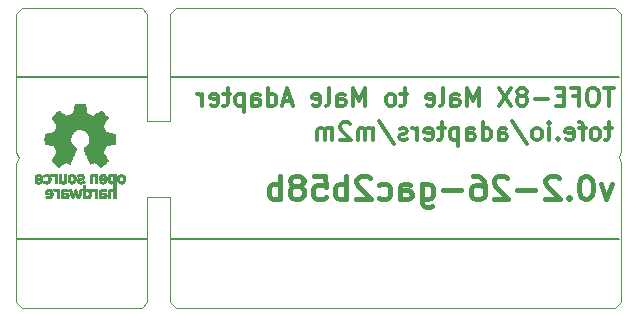
<source format=gbo>
G04 #@! TF.FileFunction,Legend,Bot*
%FSLAX46Y46*%
G04 Gerber Fmt 4.6, Leading zero omitted, Abs format (unit mm)*
G04 Created by KiCad (PCBNEW 4.0.4+e1-6308~48~ubuntu14.04.1-stable) date Sat Oct 15 18:13:20 2016*
%MOMM*%
%LPD*%
G01*
G04 APERTURE LIST*
%ADD10C,0.350000*%
%ADD11C,0.100000*%
%ADD12C,0.300000*%
%ADD13C,0.400000*%
%ADD14C,0.200000*%
%ADD15C,0.010000*%
G04 APERTURE END LIST*
D10*
D11*
X148500000Y-88575000D02*
X148500000Y-76900000D01*
X148800000Y-89075000D02*
X148500000Y-89575000D01*
X148500000Y-88575000D02*
X148800000Y-89075000D01*
D12*
X198957143Y-86578571D02*
X198385714Y-86578571D01*
X198742857Y-86078571D02*
X198742857Y-87364286D01*
X198671429Y-87507143D01*
X198528571Y-87578571D01*
X198385714Y-87578571D01*
X197671428Y-87578571D02*
X197814286Y-87507143D01*
X197885714Y-87435714D01*
X197957143Y-87292857D01*
X197957143Y-86864286D01*
X197885714Y-86721429D01*
X197814286Y-86650000D01*
X197671428Y-86578571D01*
X197457143Y-86578571D01*
X197314286Y-86650000D01*
X197242857Y-86721429D01*
X197171428Y-86864286D01*
X197171428Y-87292857D01*
X197242857Y-87435714D01*
X197314286Y-87507143D01*
X197457143Y-87578571D01*
X197671428Y-87578571D01*
X196742857Y-86578571D02*
X196171428Y-86578571D01*
X196528571Y-87578571D02*
X196528571Y-86292857D01*
X196457143Y-86150000D01*
X196314285Y-86078571D01*
X196171428Y-86078571D01*
X195100000Y-87507143D02*
X195242857Y-87578571D01*
X195528571Y-87578571D01*
X195671428Y-87507143D01*
X195742857Y-87364286D01*
X195742857Y-86792857D01*
X195671428Y-86650000D01*
X195528571Y-86578571D01*
X195242857Y-86578571D01*
X195100000Y-86650000D01*
X195028571Y-86792857D01*
X195028571Y-86935714D01*
X195742857Y-87078571D01*
X194385714Y-87435714D02*
X194314286Y-87507143D01*
X194385714Y-87578571D01*
X194457143Y-87507143D01*
X194385714Y-87435714D01*
X194385714Y-87578571D01*
X193671428Y-87578571D02*
X193671428Y-86578571D01*
X193671428Y-86078571D02*
X193742857Y-86150000D01*
X193671428Y-86221429D01*
X193600000Y-86150000D01*
X193671428Y-86078571D01*
X193671428Y-86221429D01*
X192742856Y-87578571D02*
X192885714Y-87507143D01*
X192957142Y-87435714D01*
X193028571Y-87292857D01*
X193028571Y-86864286D01*
X192957142Y-86721429D01*
X192885714Y-86650000D01*
X192742856Y-86578571D01*
X192528571Y-86578571D01*
X192385714Y-86650000D01*
X192314285Y-86721429D01*
X192242856Y-86864286D01*
X192242856Y-87292857D01*
X192314285Y-87435714D01*
X192385714Y-87507143D01*
X192528571Y-87578571D01*
X192742856Y-87578571D01*
X190528571Y-86007143D02*
X191814285Y-87935714D01*
X189385713Y-87578571D02*
X189385713Y-86792857D01*
X189457142Y-86650000D01*
X189599999Y-86578571D01*
X189885713Y-86578571D01*
X190028570Y-86650000D01*
X189385713Y-87507143D02*
X189528570Y-87578571D01*
X189885713Y-87578571D01*
X190028570Y-87507143D01*
X190099999Y-87364286D01*
X190099999Y-87221429D01*
X190028570Y-87078571D01*
X189885713Y-87007143D01*
X189528570Y-87007143D01*
X189385713Y-86935714D01*
X188028570Y-87578571D02*
X188028570Y-86078571D01*
X188028570Y-87507143D02*
X188171427Y-87578571D01*
X188457141Y-87578571D01*
X188599999Y-87507143D01*
X188671427Y-87435714D01*
X188742856Y-87292857D01*
X188742856Y-86864286D01*
X188671427Y-86721429D01*
X188599999Y-86650000D01*
X188457141Y-86578571D01*
X188171427Y-86578571D01*
X188028570Y-86650000D01*
X186671427Y-87578571D02*
X186671427Y-86792857D01*
X186742856Y-86650000D01*
X186885713Y-86578571D01*
X187171427Y-86578571D01*
X187314284Y-86650000D01*
X186671427Y-87507143D02*
X186814284Y-87578571D01*
X187171427Y-87578571D01*
X187314284Y-87507143D01*
X187385713Y-87364286D01*
X187385713Y-87221429D01*
X187314284Y-87078571D01*
X187171427Y-87007143D01*
X186814284Y-87007143D01*
X186671427Y-86935714D01*
X185957141Y-86578571D02*
X185957141Y-88078571D01*
X185957141Y-86650000D02*
X185814284Y-86578571D01*
X185528570Y-86578571D01*
X185385713Y-86650000D01*
X185314284Y-86721429D01*
X185242855Y-86864286D01*
X185242855Y-87292857D01*
X185314284Y-87435714D01*
X185385713Y-87507143D01*
X185528570Y-87578571D01*
X185814284Y-87578571D01*
X185957141Y-87507143D01*
X184814284Y-86578571D02*
X184242855Y-86578571D01*
X184599998Y-86078571D02*
X184599998Y-87364286D01*
X184528570Y-87507143D01*
X184385712Y-87578571D01*
X184242855Y-87578571D01*
X183171427Y-87507143D02*
X183314284Y-87578571D01*
X183599998Y-87578571D01*
X183742855Y-87507143D01*
X183814284Y-87364286D01*
X183814284Y-86792857D01*
X183742855Y-86650000D01*
X183599998Y-86578571D01*
X183314284Y-86578571D01*
X183171427Y-86650000D01*
X183099998Y-86792857D01*
X183099998Y-86935714D01*
X183814284Y-87078571D01*
X182457141Y-87578571D02*
X182457141Y-86578571D01*
X182457141Y-86864286D02*
X182385713Y-86721429D01*
X182314284Y-86650000D01*
X182171427Y-86578571D01*
X182028570Y-86578571D01*
X181599999Y-87507143D02*
X181457142Y-87578571D01*
X181171427Y-87578571D01*
X181028570Y-87507143D01*
X180957142Y-87364286D01*
X180957142Y-87292857D01*
X181028570Y-87150000D01*
X181171427Y-87078571D01*
X181385713Y-87078571D01*
X181528570Y-87007143D01*
X181599999Y-86864286D01*
X181599999Y-86792857D01*
X181528570Y-86650000D01*
X181385713Y-86578571D01*
X181171427Y-86578571D01*
X181028570Y-86650000D01*
X179242856Y-86007143D02*
X180528570Y-87935714D01*
X178742855Y-87578571D02*
X178742855Y-86578571D01*
X178742855Y-86721429D02*
X178671427Y-86650000D01*
X178528569Y-86578571D01*
X178314284Y-86578571D01*
X178171427Y-86650000D01*
X178099998Y-86792857D01*
X178099998Y-87578571D01*
X178099998Y-86792857D02*
X178028569Y-86650000D01*
X177885712Y-86578571D01*
X177671427Y-86578571D01*
X177528569Y-86650000D01*
X177457141Y-86792857D01*
X177457141Y-87578571D01*
X176814284Y-86221429D02*
X176742855Y-86150000D01*
X176599998Y-86078571D01*
X176242855Y-86078571D01*
X176099998Y-86150000D01*
X176028569Y-86221429D01*
X175957141Y-86364286D01*
X175957141Y-86507143D01*
X176028569Y-86721429D01*
X176885712Y-87578571D01*
X175957141Y-87578571D01*
X175314284Y-87578571D02*
X175314284Y-86578571D01*
X175314284Y-86721429D02*
X175242856Y-86650000D01*
X175099998Y-86578571D01*
X174885713Y-86578571D01*
X174742856Y-86650000D01*
X174671427Y-86792857D01*
X174671427Y-87578571D01*
X174671427Y-86792857D02*
X174599998Y-86650000D01*
X174457141Y-86578571D01*
X174242856Y-86578571D01*
X174099998Y-86650000D01*
X174028570Y-86792857D01*
X174028570Y-87578571D01*
D11*
X199550000Y-89050000D02*
X199750000Y-88550000D01*
X199750000Y-89550000D02*
X199550000Y-89050000D01*
X199750000Y-88550000D02*
X199750000Y-76900000D01*
X199250000Y-101800000D02*
X199750000Y-101300000D01*
X162050000Y-101800000D02*
X161550000Y-101300000D01*
X159150000Y-101800000D02*
X159650000Y-101300000D01*
X149000000Y-101800000D02*
X148500000Y-101300000D01*
X199750000Y-76900000D02*
X199250000Y-76400000D01*
X159650000Y-76900000D02*
X159150000Y-76400000D01*
X161550000Y-76900000D02*
X162050000Y-76400000D01*
X148500000Y-76900000D02*
X149000000Y-76400000D01*
D13*
X198964286Y-91271429D02*
X198488095Y-92604762D01*
X198011905Y-91271429D01*
X196869047Y-90604762D02*
X196678571Y-90604762D01*
X196488095Y-90700000D01*
X196392857Y-90795238D01*
X196297619Y-90985714D01*
X196202380Y-91366667D01*
X196202380Y-91842857D01*
X196297619Y-92223810D01*
X196392857Y-92414286D01*
X196488095Y-92509524D01*
X196678571Y-92604762D01*
X196869047Y-92604762D01*
X197059523Y-92509524D01*
X197154761Y-92414286D01*
X197250000Y-92223810D01*
X197345238Y-91842857D01*
X197345238Y-91366667D01*
X197250000Y-90985714D01*
X197154761Y-90795238D01*
X197059523Y-90700000D01*
X196869047Y-90604762D01*
X195345238Y-92414286D02*
X195249999Y-92509524D01*
X195345238Y-92604762D01*
X195440476Y-92509524D01*
X195345238Y-92414286D01*
X195345238Y-92604762D01*
X194488095Y-90795238D02*
X194392857Y-90700000D01*
X194202380Y-90604762D01*
X193726190Y-90604762D01*
X193535714Y-90700000D01*
X193440476Y-90795238D01*
X193345237Y-90985714D01*
X193345237Y-91176190D01*
X193440476Y-91461905D01*
X194583333Y-92604762D01*
X193345237Y-92604762D01*
X192488095Y-91842857D02*
X190964285Y-91842857D01*
X190107143Y-90795238D02*
X190011905Y-90700000D01*
X189821428Y-90604762D01*
X189345238Y-90604762D01*
X189154762Y-90700000D01*
X189059524Y-90795238D01*
X188964285Y-90985714D01*
X188964285Y-91176190D01*
X189059524Y-91461905D01*
X190202381Y-92604762D01*
X188964285Y-92604762D01*
X187250000Y-90604762D02*
X187630952Y-90604762D01*
X187821428Y-90700000D01*
X187916666Y-90795238D01*
X188107143Y-91080952D01*
X188202381Y-91461905D01*
X188202381Y-92223810D01*
X188107143Y-92414286D01*
X188011904Y-92509524D01*
X187821428Y-92604762D01*
X187440476Y-92604762D01*
X187250000Y-92509524D01*
X187154762Y-92414286D01*
X187059523Y-92223810D01*
X187059523Y-91747619D01*
X187154762Y-91557143D01*
X187250000Y-91461905D01*
X187440476Y-91366667D01*
X187821428Y-91366667D01*
X188011904Y-91461905D01*
X188107143Y-91557143D01*
X188202381Y-91747619D01*
X186202381Y-91842857D02*
X184678571Y-91842857D01*
X182869048Y-91271429D02*
X182869048Y-92890476D01*
X182964286Y-93080952D01*
X183059524Y-93176190D01*
X183250000Y-93271429D01*
X183535714Y-93271429D01*
X183726191Y-93176190D01*
X182869048Y-92509524D02*
X183059524Y-92604762D01*
X183440476Y-92604762D01*
X183630952Y-92509524D01*
X183726191Y-92414286D01*
X183821429Y-92223810D01*
X183821429Y-91652381D01*
X183726191Y-91461905D01*
X183630952Y-91366667D01*
X183440476Y-91271429D01*
X183059524Y-91271429D01*
X182869048Y-91366667D01*
X181059524Y-92604762D02*
X181059524Y-91557143D01*
X181154762Y-91366667D01*
X181345238Y-91271429D01*
X181726190Y-91271429D01*
X181916667Y-91366667D01*
X181059524Y-92509524D02*
X181250000Y-92604762D01*
X181726190Y-92604762D01*
X181916667Y-92509524D01*
X182011905Y-92319048D01*
X182011905Y-92128571D01*
X181916667Y-91938095D01*
X181726190Y-91842857D01*
X181250000Y-91842857D01*
X181059524Y-91747619D01*
X179250000Y-92509524D02*
X179440476Y-92604762D01*
X179821428Y-92604762D01*
X180011904Y-92509524D01*
X180107143Y-92414286D01*
X180202381Y-92223810D01*
X180202381Y-91652381D01*
X180107143Y-91461905D01*
X180011904Y-91366667D01*
X179821428Y-91271429D01*
X179440476Y-91271429D01*
X179250000Y-91366667D01*
X178488095Y-90795238D02*
X178392857Y-90700000D01*
X178202380Y-90604762D01*
X177726190Y-90604762D01*
X177535714Y-90700000D01*
X177440476Y-90795238D01*
X177345237Y-90985714D01*
X177345237Y-91176190D01*
X177440476Y-91461905D01*
X178583333Y-92604762D01*
X177345237Y-92604762D01*
X176488095Y-92604762D02*
X176488095Y-90604762D01*
X176488095Y-91366667D02*
X176297618Y-91271429D01*
X175916666Y-91271429D01*
X175726190Y-91366667D01*
X175630952Y-91461905D01*
X175535714Y-91652381D01*
X175535714Y-92223810D01*
X175630952Y-92414286D01*
X175726190Y-92509524D01*
X175916666Y-92604762D01*
X176297618Y-92604762D01*
X176488095Y-92509524D01*
X173726190Y-90604762D02*
X174678571Y-90604762D01*
X174773809Y-91557143D01*
X174678571Y-91461905D01*
X174488094Y-91366667D01*
X174011904Y-91366667D01*
X173821428Y-91461905D01*
X173726190Y-91557143D01*
X173630951Y-91747619D01*
X173630951Y-92223810D01*
X173726190Y-92414286D01*
X173821428Y-92509524D01*
X174011904Y-92604762D01*
X174488094Y-92604762D01*
X174678571Y-92509524D01*
X174773809Y-92414286D01*
X172488094Y-91461905D02*
X172678570Y-91366667D01*
X172773809Y-91271429D01*
X172869047Y-91080952D01*
X172869047Y-90985714D01*
X172773809Y-90795238D01*
X172678570Y-90700000D01*
X172488094Y-90604762D01*
X172107142Y-90604762D01*
X171916666Y-90700000D01*
X171821428Y-90795238D01*
X171726189Y-90985714D01*
X171726189Y-91080952D01*
X171821428Y-91271429D01*
X171916666Y-91366667D01*
X172107142Y-91461905D01*
X172488094Y-91461905D01*
X172678570Y-91557143D01*
X172773809Y-91652381D01*
X172869047Y-91842857D01*
X172869047Y-92223810D01*
X172773809Y-92414286D01*
X172678570Y-92509524D01*
X172488094Y-92604762D01*
X172107142Y-92604762D01*
X171916666Y-92509524D01*
X171821428Y-92414286D01*
X171726189Y-92223810D01*
X171726189Y-91842857D01*
X171821428Y-91652381D01*
X171916666Y-91557143D01*
X172107142Y-91461905D01*
X170869047Y-92604762D02*
X170869047Y-90604762D01*
X170869047Y-91366667D02*
X170678570Y-91271429D01*
X170297618Y-91271429D01*
X170107142Y-91366667D01*
X170011904Y-91461905D01*
X169916666Y-91652381D01*
X169916666Y-92223810D01*
X170011904Y-92414286D01*
X170107142Y-92509524D01*
X170297618Y-92604762D01*
X170678570Y-92604762D01*
X170869047Y-92509524D01*
D11*
X159650000Y-92400000D02*
X161550000Y-92400000D01*
X159650000Y-85950000D02*
X161550000Y-85950000D01*
X162050000Y-101800000D02*
X199250000Y-101800000D01*
X161550000Y-92400000D02*
X161550000Y-101300000D01*
X159650000Y-101300000D02*
X159650000Y-92400000D01*
X149000000Y-101800000D02*
X159150000Y-101800000D01*
X148500000Y-89575000D02*
X148500000Y-101300000D01*
X159150000Y-76400000D02*
X149000000Y-76400000D01*
X159650000Y-85950000D02*
X159650000Y-76900000D01*
X161550000Y-76900000D02*
X161550000Y-85950000D01*
X199250000Y-76400000D02*
X162050000Y-76400000D01*
X199750000Y-101300000D02*
X199750000Y-89550000D01*
D14*
X159611000Y-82225620D02*
X148611000Y-82225620D01*
X199611000Y-82225620D02*
X161611000Y-82225620D01*
D15*
G36*
X156461640Y-90477468D02*
X156426408Y-90494874D01*
X156382960Y-90525206D01*
X156351294Y-90558283D01*
X156329606Y-90599817D01*
X156316097Y-90655522D01*
X156308962Y-90731111D01*
X156306400Y-90832296D01*
X156306250Y-90875797D01*
X156306688Y-90971135D01*
X156308504Y-91039271D01*
X156312455Y-91086418D01*
X156319298Y-91118790D01*
X156329789Y-91142600D01*
X156340704Y-91158843D01*
X156410381Y-91227952D01*
X156492434Y-91269521D01*
X156580950Y-91282023D01*
X156670019Y-91263934D01*
X156698237Y-91251142D01*
X156765790Y-91215931D01*
X156765790Y-91767700D01*
X156716488Y-91742205D01*
X156651527Y-91722480D01*
X156571680Y-91717427D01*
X156491948Y-91726756D01*
X156431735Y-91747714D01*
X156381792Y-91787627D01*
X156339119Y-91844741D01*
X156335910Y-91850605D01*
X156322378Y-91878227D01*
X156312495Y-91906068D01*
X156305691Y-91939794D01*
X156301399Y-91985071D01*
X156299049Y-92047562D01*
X156298072Y-92132935D01*
X156297895Y-92229010D01*
X156297895Y-92535526D01*
X156481711Y-92535526D01*
X156481711Y-91970339D01*
X156533125Y-91927077D01*
X156586534Y-91892472D01*
X156637112Y-91886180D01*
X156687970Y-91902372D01*
X156715075Y-91918227D01*
X156735249Y-91940810D01*
X156749597Y-91974940D01*
X156759224Y-92025434D01*
X156765237Y-92097111D01*
X156768740Y-92194788D01*
X156769974Y-92259802D01*
X156774145Y-92527171D01*
X156861875Y-92532222D01*
X156949606Y-92537273D01*
X156949606Y-90878101D01*
X156765790Y-90878101D01*
X156761104Y-90970600D01*
X156745312Y-91034809D01*
X156715817Y-91074759D01*
X156670020Y-91094480D01*
X156623750Y-91098421D01*
X156571372Y-91093892D01*
X156536610Y-91076069D01*
X156514872Y-91052519D01*
X156497760Y-91027189D01*
X156487573Y-90998969D01*
X156483040Y-90959431D01*
X156482891Y-90900142D01*
X156484416Y-90850498D01*
X156487919Y-90775710D01*
X156493133Y-90726611D01*
X156501913Y-90695467D01*
X156516114Y-90674545D01*
X156529516Y-90662452D01*
X156585513Y-90636081D01*
X156651789Y-90631822D01*
X156689844Y-90640906D01*
X156727523Y-90673196D01*
X156752481Y-90736006D01*
X156764578Y-90828894D01*
X156765790Y-90878101D01*
X156949606Y-90878101D01*
X156949606Y-90463421D01*
X156857698Y-90463421D01*
X156802517Y-90465603D01*
X156774048Y-90473351D01*
X156765794Y-90488468D01*
X156765790Y-90488916D01*
X156761960Y-90503720D01*
X156745067Y-90502039D01*
X156711481Y-90485772D01*
X156633222Y-90460887D01*
X156545173Y-90458271D01*
X156461640Y-90477468D01*
X156461640Y-90477468D01*
G37*
X156461640Y-90477468D02*
X156426408Y-90494874D01*
X156382960Y-90525206D01*
X156351294Y-90558283D01*
X156329606Y-90599817D01*
X156316097Y-90655522D01*
X156308962Y-90731111D01*
X156306400Y-90832296D01*
X156306250Y-90875797D01*
X156306688Y-90971135D01*
X156308504Y-91039271D01*
X156312455Y-91086418D01*
X156319298Y-91118790D01*
X156329789Y-91142600D01*
X156340704Y-91158843D01*
X156410381Y-91227952D01*
X156492434Y-91269521D01*
X156580950Y-91282023D01*
X156670019Y-91263934D01*
X156698237Y-91251142D01*
X156765790Y-91215931D01*
X156765790Y-91767700D01*
X156716488Y-91742205D01*
X156651527Y-91722480D01*
X156571680Y-91717427D01*
X156491948Y-91726756D01*
X156431735Y-91747714D01*
X156381792Y-91787627D01*
X156339119Y-91844741D01*
X156335910Y-91850605D01*
X156322378Y-91878227D01*
X156312495Y-91906068D01*
X156305691Y-91939794D01*
X156301399Y-91985071D01*
X156299049Y-92047562D01*
X156298072Y-92132935D01*
X156297895Y-92229010D01*
X156297895Y-92535526D01*
X156481711Y-92535526D01*
X156481711Y-91970339D01*
X156533125Y-91927077D01*
X156586534Y-91892472D01*
X156637112Y-91886180D01*
X156687970Y-91902372D01*
X156715075Y-91918227D01*
X156735249Y-91940810D01*
X156749597Y-91974940D01*
X156759224Y-92025434D01*
X156765237Y-92097111D01*
X156768740Y-92194788D01*
X156769974Y-92259802D01*
X156774145Y-92527171D01*
X156861875Y-92532222D01*
X156949606Y-92537273D01*
X156949606Y-90878101D01*
X156765790Y-90878101D01*
X156761104Y-90970600D01*
X156745312Y-91034809D01*
X156715817Y-91074759D01*
X156670020Y-91094480D01*
X156623750Y-91098421D01*
X156571372Y-91093892D01*
X156536610Y-91076069D01*
X156514872Y-91052519D01*
X156497760Y-91027189D01*
X156487573Y-90998969D01*
X156483040Y-90959431D01*
X156482891Y-90900142D01*
X156484416Y-90850498D01*
X156487919Y-90775710D01*
X156493133Y-90726611D01*
X156501913Y-90695467D01*
X156516114Y-90674545D01*
X156529516Y-90662452D01*
X156585513Y-90636081D01*
X156651789Y-90631822D01*
X156689844Y-90640906D01*
X156727523Y-90673196D01*
X156752481Y-90736006D01*
X156764578Y-90828894D01*
X156765790Y-90878101D01*
X156949606Y-90878101D01*
X156949606Y-90463421D01*
X156857698Y-90463421D01*
X156802517Y-90465603D01*
X156774048Y-90473351D01*
X156765794Y-90488468D01*
X156765790Y-90488916D01*
X156761960Y-90503720D01*
X156745067Y-90502039D01*
X156711481Y-90485772D01*
X156633222Y-90460887D01*
X156545173Y-90458271D01*
X156461640Y-90477468D01*
G36*
X155764543Y-91723184D02*
X155685930Y-91744160D01*
X155626084Y-91782180D01*
X155583853Y-91831978D01*
X155570725Y-91853230D01*
X155561032Y-91875492D01*
X155554256Y-91903970D01*
X155549877Y-91943871D01*
X155547376Y-92000401D01*
X155546232Y-92078767D01*
X155545928Y-92184176D01*
X155545922Y-92212142D01*
X155545922Y-92535526D01*
X155626132Y-92535526D01*
X155677294Y-92531943D01*
X155715123Y-92522866D01*
X155724601Y-92517268D01*
X155750512Y-92507606D01*
X155776976Y-92517268D01*
X155820548Y-92529330D01*
X155883840Y-92534185D01*
X155953990Y-92532078D01*
X156018140Y-92523256D01*
X156055593Y-92511937D01*
X156128067Y-92465412D01*
X156173360Y-92400846D01*
X156193722Y-92315000D01*
X156193912Y-92312796D01*
X156192125Y-92274713D01*
X156030527Y-92274713D01*
X156016399Y-92318030D01*
X155993388Y-92342408D01*
X155947196Y-92360845D01*
X155886225Y-92368205D01*
X155824051Y-92364583D01*
X155774249Y-92350074D01*
X155760297Y-92340765D01*
X155735915Y-92297753D01*
X155729737Y-92248857D01*
X155729737Y-92184605D01*
X155822182Y-92184605D01*
X155910005Y-92191366D01*
X155976582Y-92210520D01*
X156017998Y-92240376D01*
X156030527Y-92274713D01*
X156192125Y-92274713D01*
X156189510Y-92219004D01*
X156158576Y-92144847D01*
X156100419Y-92088767D01*
X156092380Y-92083665D01*
X156057837Y-92067055D01*
X156015082Y-92056996D01*
X155955314Y-92052107D01*
X155884310Y-92050983D01*
X155729737Y-92050921D01*
X155729737Y-91986125D01*
X155736294Y-91935850D01*
X155753025Y-91902169D01*
X155754984Y-91900376D01*
X155792217Y-91885642D01*
X155848420Y-91879931D01*
X155910533Y-91882737D01*
X155965490Y-91893556D01*
X155998101Y-91909782D01*
X156015772Y-91922780D01*
X156034431Y-91925262D01*
X156060181Y-91914613D01*
X156099127Y-91888218D01*
X156157370Y-91843465D01*
X156162716Y-91839273D01*
X156159977Y-91823760D01*
X156137124Y-91797960D01*
X156102391Y-91769289D01*
X156064010Y-91745166D01*
X156051952Y-91739470D01*
X156007966Y-91728103D01*
X155943513Y-91719995D01*
X155871503Y-91716743D01*
X155868136Y-91716736D01*
X155764543Y-91723184D01*
X155764543Y-91723184D01*
G37*
X155764543Y-91723184D02*
X155685930Y-91744160D01*
X155626084Y-91782180D01*
X155583853Y-91831978D01*
X155570725Y-91853230D01*
X155561032Y-91875492D01*
X155554256Y-91903970D01*
X155549877Y-91943871D01*
X155547376Y-92000401D01*
X155546232Y-92078767D01*
X155545928Y-92184176D01*
X155545922Y-92212142D01*
X155545922Y-92535526D01*
X155626132Y-92535526D01*
X155677294Y-92531943D01*
X155715123Y-92522866D01*
X155724601Y-92517268D01*
X155750512Y-92507606D01*
X155776976Y-92517268D01*
X155820548Y-92529330D01*
X155883840Y-92534185D01*
X155953990Y-92532078D01*
X156018140Y-92523256D01*
X156055593Y-92511937D01*
X156128067Y-92465412D01*
X156173360Y-92400846D01*
X156193722Y-92315000D01*
X156193912Y-92312796D01*
X156192125Y-92274713D01*
X156030527Y-92274713D01*
X156016399Y-92318030D01*
X155993388Y-92342408D01*
X155947196Y-92360845D01*
X155886225Y-92368205D01*
X155824051Y-92364583D01*
X155774249Y-92350074D01*
X155760297Y-92340765D01*
X155735915Y-92297753D01*
X155729737Y-92248857D01*
X155729737Y-92184605D01*
X155822182Y-92184605D01*
X155910005Y-92191366D01*
X155976582Y-92210520D01*
X156017998Y-92240376D01*
X156030527Y-92274713D01*
X156192125Y-92274713D01*
X156189510Y-92219004D01*
X156158576Y-92144847D01*
X156100419Y-92088767D01*
X156092380Y-92083665D01*
X156057837Y-92067055D01*
X156015082Y-92056996D01*
X155955314Y-92052107D01*
X155884310Y-92050983D01*
X155729737Y-92050921D01*
X155729737Y-91986125D01*
X155736294Y-91935850D01*
X155753025Y-91902169D01*
X155754984Y-91900376D01*
X155792217Y-91885642D01*
X155848420Y-91879931D01*
X155910533Y-91882737D01*
X155965490Y-91893556D01*
X155998101Y-91909782D01*
X156015772Y-91922780D01*
X156034431Y-91925262D01*
X156060181Y-91914613D01*
X156099127Y-91888218D01*
X156157370Y-91843465D01*
X156162716Y-91839273D01*
X156159977Y-91823760D01*
X156137124Y-91797960D01*
X156102391Y-91769289D01*
X156064010Y-91745166D01*
X156051952Y-91739470D01*
X156007966Y-91728103D01*
X155943513Y-91719995D01*
X155871503Y-91716743D01*
X155868136Y-91716736D01*
X155764543Y-91723184D01*
G36*
X155245119Y-91718486D02*
X155220112Y-91725982D01*
X155212050Y-91742451D01*
X155211711Y-91749886D01*
X155210264Y-91770594D01*
X155200302Y-91773845D01*
X155173388Y-91759648D01*
X155157402Y-91749948D01*
X155106967Y-91729175D01*
X155046728Y-91718904D01*
X154983566Y-91718114D01*
X154924363Y-91725786D01*
X154875998Y-91740898D01*
X154845354Y-91762432D01*
X154839311Y-91789366D01*
X154842361Y-91796660D01*
X154864594Y-91826937D01*
X154899070Y-91864175D01*
X154905306Y-91870195D01*
X154938167Y-91897875D01*
X154966520Y-91906818D01*
X155006173Y-91900576D01*
X155022058Y-91896429D01*
X155071491Y-91886467D01*
X155106248Y-91890947D01*
X155135600Y-91906746D01*
X155162487Y-91927949D01*
X155182290Y-91954614D01*
X155196052Y-91991827D01*
X155204816Y-92044673D01*
X155209626Y-92118237D01*
X155211526Y-92217605D01*
X155211711Y-92277601D01*
X155211711Y-92535526D01*
X155378816Y-92535526D01*
X155378816Y-91716710D01*
X155295264Y-91716710D01*
X155245119Y-91718486D01*
X155245119Y-91718486D01*
G37*
X155245119Y-91718486D02*
X155220112Y-91725982D01*
X155212050Y-91742451D01*
X155211711Y-91749886D01*
X155210264Y-91770594D01*
X155200302Y-91773845D01*
X155173388Y-91759648D01*
X155157402Y-91749948D01*
X155106967Y-91729175D01*
X155046728Y-91718904D01*
X154983566Y-91718114D01*
X154924363Y-91725786D01*
X154875998Y-91740898D01*
X154845354Y-91762432D01*
X154839311Y-91789366D01*
X154842361Y-91796660D01*
X154864594Y-91826937D01*
X154899070Y-91864175D01*
X154905306Y-91870195D01*
X154938167Y-91897875D01*
X154966520Y-91906818D01*
X155006173Y-91900576D01*
X155022058Y-91896429D01*
X155071491Y-91886467D01*
X155106248Y-91890947D01*
X155135600Y-91906746D01*
X155162487Y-91927949D01*
X155182290Y-91954614D01*
X155196052Y-91991827D01*
X155204816Y-92044673D01*
X155209626Y-92118237D01*
X155211526Y-92217605D01*
X155211711Y-92277601D01*
X155211711Y-92535526D01*
X155378816Y-92535526D01*
X155378816Y-91716710D01*
X155295264Y-91716710D01*
X155245119Y-91718486D01*
G36*
X154192369Y-92535526D02*
X154284277Y-92535526D01*
X154337623Y-92533962D01*
X154365407Y-92527485D01*
X154375410Y-92513418D01*
X154376185Y-92503906D01*
X154377872Y-92484832D01*
X154388510Y-92481174D01*
X154416465Y-92492932D01*
X154438205Y-92503906D01*
X154521668Y-92529911D01*
X154612396Y-92531416D01*
X154686158Y-92512021D01*
X154754846Y-92465165D01*
X154807206Y-92396004D01*
X154835878Y-92314427D01*
X154836608Y-92309866D01*
X154840868Y-92260101D01*
X154842986Y-92188659D01*
X154842816Y-92134626D01*
X154660280Y-92134626D01*
X154656051Y-92206441D01*
X154646432Y-92265634D01*
X154633410Y-92299060D01*
X154584144Y-92344740D01*
X154525650Y-92361115D01*
X154465329Y-92347873D01*
X154413783Y-92308373D01*
X154394262Y-92281807D01*
X154382848Y-92250106D01*
X154377502Y-92203832D01*
X154376185Y-92134328D01*
X154378542Y-92065499D01*
X154384767Y-92005026D01*
X154393592Y-91964556D01*
X154395063Y-91960929D01*
X154430653Y-91917802D01*
X154482600Y-91894124D01*
X154540722Y-91890301D01*
X154594840Y-91906738D01*
X154634774Y-91943840D01*
X154638917Y-91951222D01*
X154651884Y-91996239D01*
X154658948Y-92060967D01*
X154660280Y-92134626D01*
X154842816Y-92134626D01*
X154842729Y-92107230D01*
X154841528Y-92063405D01*
X154833355Y-91954988D01*
X154816370Y-91873588D01*
X154788113Y-91813412D01*
X154746128Y-91768666D01*
X154705368Y-91742400D01*
X154648419Y-91723935D01*
X154577589Y-91717602D01*
X154505059Y-91722760D01*
X154443014Y-91738769D01*
X154410232Y-91757920D01*
X154376185Y-91788732D01*
X154376185Y-91399210D01*
X154192369Y-91399210D01*
X154192369Y-92535526D01*
X154192369Y-92535526D01*
G37*
X154192369Y-92535526D02*
X154284277Y-92535526D01*
X154337623Y-92533962D01*
X154365407Y-92527485D01*
X154375410Y-92513418D01*
X154376185Y-92503906D01*
X154377872Y-92484832D01*
X154388510Y-92481174D01*
X154416465Y-92492932D01*
X154438205Y-92503906D01*
X154521668Y-92529911D01*
X154612396Y-92531416D01*
X154686158Y-92512021D01*
X154754846Y-92465165D01*
X154807206Y-92396004D01*
X154835878Y-92314427D01*
X154836608Y-92309866D01*
X154840868Y-92260101D01*
X154842986Y-92188659D01*
X154842816Y-92134626D01*
X154660280Y-92134626D01*
X154656051Y-92206441D01*
X154646432Y-92265634D01*
X154633410Y-92299060D01*
X154584144Y-92344740D01*
X154525650Y-92361115D01*
X154465329Y-92347873D01*
X154413783Y-92308373D01*
X154394262Y-92281807D01*
X154382848Y-92250106D01*
X154377502Y-92203832D01*
X154376185Y-92134328D01*
X154378542Y-92065499D01*
X154384767Y-92005026D01*
X154393592Y-91964556D01*
X154395063Y-91960929D01*
X154430653Y-91917802D01*
X154482600Y-91894124D01*
X154540722Y-91890301D01*
X154594840Y-91906738D01*
X154634774Y-91943840D01*
X154638917Y-91951222D01*
X154651884Y-91996239D01*
X154658948Y-92060967D01*
X154660280Y-92134626D01*
X154842816Y-92134626D01*
X154842729Y-92107230D01*
X154841528Y-92063405D01*
X154833355Y-91954988D01*
X154816370Y-91873588D01*
X154788113Y-91813412D01*
X154746128Y-91768666D01*
X154705368Y-91742400D01*
X154648419Y-91723935D01*
X154577589Y-91717602D01*
X154505059Y-91722760D01*
X154443014Y-91738769D01*
X154410232Y-91757920D01*
X154376185Y-91788732D01*
X154376185Y-91399210D01*
X154192369Y-91399210D01*
X154192369Y-92535526D01*
G36*
X153550870Y-91720104D02*
X153484780Y-91725066D01*
X153398374Y-91984079D01*
X153311969Y-92243092D01*
X153284876Y-92151184D01*
X153268572Y-92094384D01*
X153247125Y-92017625D01*
X153223965Y-91933251D01*
X153211720Y-91887993D01*
X153165656Y-91716710D01*
X152975613Y-91716710D01*
X153032418Y-91896349D01*
X153060393Y-91984704D01*
X153094187Y-92091281D01*
X153129480Y-92202454D01*
X153160987Y-92301579D01*
X153232750Y-92527171D01*
X153387714Y-92537253D01*
X153429730Y-92398528D01*
X153455641Y-92312351D01*
X153483917Y-92217347D01*
X153508631Y-92133441D01*
X153509606Y-92130102D01*
X153528065Y-92073248D01*
X153544351Y-92034456D01*
X153555758Y-92019787D01*
X153558102Y-92021483D01*
X153566329Y-92044225D01*
X153581962Y-92092940D01*
X153603096Y-92161502D01*
X153627830Y-92243785D01*
X153641213Y-92289046D01*
X153713689Y-92535526D01*
X153867505Y-92535526D01*
X153990469Y-92147006D01*
X154025012Y-92038022D01*
X154056479Y-91939048D01*
X154083384Y-91854736D01*
X154104241Y-91789734D01*
X154117562Y-91748692D01*
X154121612Y-91736701D01*
X154118406Y-91724423D01*
X154093235Y-91719046D01*
X154040854Y-91719584D01*
X154032655Y-91719990D01*
X153935518Y-91725066D01*
X153871900Y-91959013D01*
X153848516Y-92044333D01*
X153827619Y-92119335D01*
X153811049Y-92177507D01*
X153800646Y-92212337D01*
X153798724Y-92218016D01*
X153790759Y-92211486D01*
X153774696Y-92177654D01*
X153752379Y-92121127D01*
X153725655Y-92046510D01*
X153703063Y-91979107D01*
X153616959Y-91715143D01*
X153550870Y-91720104D01*
X153550870Y-91720104D01*
G37*
X153550870Y-91720104D02*
X153484780Y-91725066D01*
X153398374Y-91984079D01*
X153311969Y-92243092D01*
X153284876Y-92151184D01*
X153268572Y-92094384D01*
X153247125Y-92017625D01*
X153223965Y-91933251D01*
X153211720Y-91887993D01*
X153165656Y-91716710D01*
X152975613Y-91716710D01*
X153032418Y-91896349D01*
X153060393Y-91984704D01*
X153094187Y-92091281D01*
X153129480Y-92202454D01*
X153160987Y-92301579D01*
X153232750Y-92527171D01*
X153387714Y-92537253D01*
X153429730Y-92398528D01*
X153455641Y-92312351D01*
X153483917Y-92217347D01*
X153508631Y-92133441D01*
X153509606Y-92130102D01*
X153528065Y-92073248D01*
X153544351Y-92034456D01*
X153555758Y-92019787D01*
X153558102Y-92021483D01*
X153566329Y-92044225D01*
X153581962Y-92092940D01*
X153603096Y-92161502D01*
X153627830Y-92243785D01*
X153641213Y-92289046D01*
X153713689Y-92535526D01*
X153867505Y-92535526D01*
X153990469Y-92147006D01*
X154025012Y-92038022D01*
X154056479Y-91939048D01*
X154083384Y-91854736D01*
X154104241Y-91789734D01*
X154117562Y-91748692D01*
X154121612Y-91736701D01*
X154118406Y-91724423D01*
X154093235Y-91719046D01*
X154040854Y-91719584D01*
X154032655Y-91719990D01*
X153935518Y-91725066D01*
X153871900Y-91959013D01*
X153848516Y-92044333D01*
X153827619Y-92119335D01*
X153811049Y-92177507D01*
X153800646Y-92212337D01*
X153798724Y-92218016D01*
X153790759Y-92211486D01*
X153774696Y-92177654D01*
X153752379Y-92121127D01*
X153725655Y-92046510D01*
X153703063Y-91979107D01*
X153616959Y-91715143D01*
X153550870Y-91720104D01*
G36*
X152545008Y-91721673D02*
X152474573Y-91738780D01*
X152454213Y-91747844D01*
X152414747Y-91771583D01*
X152384459Y-91798321D01*
X152362048Y-91832699D01*
X152346214Y-91879360D01*
X152335657Y-91942946D01*
X152329076Y-92028099D01*
X152325172Y-92139462D01*
X152323690Y-92213849D01*
X152318235Y-92535526D01*
X152411420Y-92535526D01*
X152467953Y-92533156D01*
X152497078Y-92525055D01*
X152504606Y-92511451D01*
X152508580Y-92496741D01*
X152526348Y-92499554D01*
X152550560Y-92511348D01*
X152611172Y-92529427D01*
X152689071Y-92534299D01*
X152771005Y-92526330D01*
X152843719Y-92505889D01*
X152850241Y-92503051D01*
X152916698Y-92456365D01*
X152960509Y-92391464D01*
X152980668Y-92315600D01*
X152979128Y-92288344D01*
X152814655Y-92288344D01*
X152800163Y-92325024D01*
X152757195Y-92351309D01*
X152687871Y-92365417D01*
X152650823Y-92367290D01*
X152589081Y-92362494D01*
X152548040Y-92343858D01*
X152538027Y-92335000D01*
X152510900Y-92286806D01*
X152504606Y-92243092D01*
X152504606Y-92184605D01*
X152586070Y-92184605D01*
X152680766Y-92189432D01*
X152747187Y-92204613D01*
X152789154Y-92231200D01*
X152798551Y-92243052D01*
X152814655Y-92288344D01*
X152979128Y-92288344D01*
X152976171Y-92236026D01*
X152946015Y-92159995D01*
X152904869Y-92108612D01*
X152879948Y-92086397D01*
X152855552Y-92071798D01*
X152823809Y-92062897D01*
X152776848Y-92057775D01*
X152706796Y-92054515D01*
X152679010Y-92053577D01*
X152504606Y-92047879D01*
X152504862Y-91995091D01*
X152511616Y-91939603D01*
X152536036Y-91906052D01*
X152585370Y-91884618D01*
X152586694Y-91884236D01*
X152656640Y-91875808D01*
X152725086Y-91886816D01*
X152775953Y-91913585D01*
X152796363Y-91926803D01*
X152818346Y-91924974D01*
X152852174Y-91905824D01*
X152872039Y-91892308D01*
X152910894Y-91863432D01*
X152934962Y-91841786D01*
X152938824Y-91835589D01*
X152922921Y-91803519D01*
X152875935Y-91765219D01*
X152855527Y-91752297D01*
X152796857Y-91730041D01*
X152717788Y-91717432D01*
X152629959Y-91714600D01*
X152545008Y-91721673D01*
X152545008Y-91721673D01*
G37*
X152545008Y-91721673D02*
X152474573Y-91738780D01*
X152454213Y-91747844D01*
X152414747Y-91771583D01*
X152384459Y-91798321D01*
X152362048Y-91832699D01*
X152346214Y-91879360D01*
X152335657Y-91942946D01*
X152329076Y-92028099D01*
X152325172Y-92139462D01*
X152323690Y-92213849D01*
X152318235Y-92535526D01*
X152411420Y-92535526D01*
X152467953Y-92533156D01*
X152497078Y-92525055D01*
X152504606Y-92511451D01*
X152508580Y-92496741D01*
X152526348Y-92499554D01*
X152550560Y-92511348D01*
X152611172Y-92529427D01*
X152689071Y-92534299D01*
X152771005Y-92526330D01*
X152843719Y-92505889D01*
X152850241Y-92503051D01*
X152916698Y-92456365D01*
X152960509Y-92391464D01*
X152980668Y-92315600D01*
X152979128Y-92288344D01*
X152814655Y-92288344D01*
X152800163Y-92325024D01*
X152757195Y-92351309D01*
X152687871Y-92365417D01*
X152650823Y-92367290D01*
X152589081Y-92362494D01*
X152548040Y-92343858D01*
X152538027Y-92335000D01*
X152510900Y-92286806D01*
X152504606Y-92243092D01*
X152504606Y-92184605D01*
X152586070Y-92184605D01*
X152680766Y-92189432D01*
X152747187Y-92204613D01*
X152789154Y-92231200D01*
X152798551Y-92243052D01*
X152814655Y-92288344D01*
X152979128Y-92288344D01*
X152976171Y-92236026D01*
X152946015Y-92159995D01*
X152904869Y-92108612D01*
X152879948Y-92086397D01*
X152855552Y-92071798D01*
X152823809Y-92062897D01*
X152776848Y-92057775D01*
X152706796Y-92054515D01*
X152679010Y-92053577D01*
X152504606Y-92047879D01*
X152504862Y-91995091D01*
X152511616Y-91939603D01*
X152536036Y-91906052D01*
X152585370Y-91884618D01*
X152586694Y-91884236D01*
X152656640Y-91875808D01*
X152725086Y-91886816D01*
X152775953Y-91913585D01*
X152796363Y-91926803D01*
X152818346Y-91924974D01*
X152852174Y-91905824D01*
X152872039Y-91892308D01*
X152910894Y-91863432D01*
X152934962Y-91841786D01*
X152938824Y-91835589D01*
X152922921Y-91803519D01*
X152875935Y-91765219D01*
X152855527Y-91752297D01*
X152796857Y-91730041D01*
X152717788Y-91717432D01*
X152629959Y-91714600D01*
X152545008Y-91721673D01*
G36*
X151751833Y-91716447D02*
X151687592Y-91729112D01*
X151651020Y-91747864D01*
X151612547Y-91779017D01*
X151667283Y-91848127D01*
X151701031Y-91889979D01*
X151723947Y-91910398D01*
X151746721Y-91913517D01*
X151780044Y-91903472D01*
X151795686Y-91897789D01*
X151859458Y-91889404D01*
X151917860Y-91907378D01*
X151960736Y-91947982D01*
X151967701Y-91960929D01*
X151975287Y-91995224D01*
X151981141Y-92058427D01*
X151984989Y-92146060D01*
X151986557Y-92253640D01*
X151986579Y-92268944D01*
X151986579Y-92535526D01*
X152170395Y-92535526D01*
X152170395Y-91716710D01*
X152078487Y-91716710D01*
X152025493Y-91718094D01*
X151997885Y-91724252D01*
X151987676Y-91738194D01*
X151986579Y-91751344D01*
X151986579Y-91785978D01*
X151942550Y-91751344D01*
X151892063Y-91727716D01*
X151824240Y-91716033D01*
X151751833Y-91716447D01*
X151751833Y-91716447D01*
G37*
X151751833Y-91716447D02*
X151687592Y-91729112D01*
X151651020Y-91747864D01*
X151612547Y-91779017D01*
X151667283Y-91848127D01*
X151701031Y-91889979D01*
X151723947Y-91910398D01*
X151746721Y-91913517D01*
X151780044Y-91903472D01*
X151795686Y-91897789D01*
X151859458Y-91889404D01*
X151917860Y-91907378D01*
X151960736Y-91947982D01*
X151967701Y-91960929D01*
X151975287Y-91995224D01*
X151981141Y-92058427D01*
X151984989Y-92146060D01*
X151986557Y-92253640D01*
X151986579Y-92268944D01*
X151986579Y-92535526D01*
X152170395Y-92535526D01*
X152170395Y-91716710D01*
X152078487Y-91716710D01*
X152025493Y-91718094D01*
X151997885Y-91724252D01*
X151987676Y-91738194D01*
X151986579Y-91751344D01*
X151986579Y-91785978D01*
X151942550Y-91751344D01*
X151892063Y-91727716D01*
X151824240Y-91716033D01*
X151751833Y-91716447D01*
G36*
X151223807Y-91721078D02*
X151143932Y-91741845D01*
X151077038Y-91784705D01*
X151044649Y-91816723D01*
X150991555Y-91892413D01*
X150961127Y-91980216D01*
X150950673Y-92088150D01*
X150950620Y-92096875D01*
X150950527Y-92184605D01*
X151455466Y-92184605D01*
X151444702Y-92230559D01*
X151425268Y-92272178D01*
X151391255Y-92315544D01*
X151384140Y-92322467D01*
X151322997Y-92359935D01*
X151253271Y-92366289D01*
X151173013Y-92341638D01*
X151159408Y-92335000D01*
X151117681Y-92314819D01*
X151089732Y-92303321D01*
X151084855Y-92302258D01*
X151067832Y-92312583D01*
X151035367Y-92337845D01*
X151018886Y-92351650D01*
X150984736Y-92383361D01*
X150973522Y-92404299D01*
X150981305Y-92423560D01*
X150985465Y-92428827D01*
X151013643Y-92451878D01*
X151060138Y-92479892D01*
X151092566Y-92496246D01*
X151184615Y-92525059D01*
X151286524Y-92534395D01*
X151383037Y-92523332D01*
X151410066Y-92515412D01*
X151493724Y-92470581D01*
X151555734Y-92401598D01*
X151596455Y-92307794D01*
X151616245Y-92188498D01*
X151618418Y-92126118D01*
X151612074Y-92035298D01*
X151451843Y-92035298D01*
X151436345Y-92042012D01*
X151394688Y-92047280D01*
X151334124Y-92050389D01*
X151293093Y-92050921D01*
X151219289Y-92050408D01*
X151172707Y-92048006D01*
X151147152Y-92042422D01*
X151136431Y-92032361D01*
X151134343Y-92017763D01*
X151148669Y-91972796D01*
X151184738Y-91928353D01*
X151232185Y-91894242D01*
X151279651Y-91880288D01*
X151344121Y-91892666D01*
X151399930Y-91928452D01*
X151438626Y-91980033D01*
X151451843Y-92035298D01*
X151612074Y-92035298D01*
X151609179Y-91993866D01*
X151580664Y-91888498D01*
X151532271Y-91809178D01*
X151463396Y-91755071D01*
X151373435Y-91725343D01*
X151324700Y-91719618D01*
X151223807Y-91721078D01*
X151223807Y-91721078D01*
G37*
X151223807Y-91721078D02*
X151143932Y-91741845D01*
X151077038Y-91784705D01*
X151044649Y-91816723D01*
X150991555Y-91892413D01*
X150961127Y-91980216D01*
X150950673Y-92088150D01*
X150950620Y-92096875D01*
X150950527Y-92184605D01*
X151455466Y-92184605D01*
X151444702Y-92230559D01*
X151425268Y-92272178D01*
X151391255Y-92315544D01*
X151384140Y-92322467D01*
X151322997Y-92359935D01*
X151253271Y-92366289D01*
X151173013Y-92341638D01*
X151159408Y-92335000D01*
X151117681Y-92314819D01*
X151089732Y-92303321D01*
X151084855Y-92302258D01*
X151067832Y-92312583D01*
X151035367Y-92337845D01*
X151018886Y-92351650D01*
X150984736Y-92383361D01*
X150973522Y-92404299D01*
X150981305Y-92423560D01*
X150985465Y-92428827D01*
X151013643Y-92451878D01*
X151060138Y-92479892D01*
X151092566Y-92496246D01*
X151184615Y-92525059D01*
X151286524Y-92534395D01*
X151383037Y-92523332D01*
X151410066Y-92515412D01*
X151493724Y-92470581D01*
X151555734Y-92401598D01*
X151596455Y-92307794D01*
X151616245Y-92188498D01*
X151618418Y-92126118D01*
X151612074Y-92035298D01*
X151451843Y-92035298D01*
X151436345Y-92042012D01*
X151394688Y-92047280D01*
X151334124Y-92050389D01*
X151293093Y-92050921D01*
X151219289Y-92050408D01*
X151172707Y-92048006D01*
X151147152Y-92042422D01*
X151136431Y-92032361D01*
X151134343Y-92017763D01*
X151148669Y-91972796D01*
X151184738Y-91928353D01*
X151232185Y-91894242D01*
X151279651Y-91880288D01*
X151344121Y-91892666D01*
X151399930Y-91928452D01*
X151438626Y-91980033D01*
X151451843Y-92035298D01*
X151612074Y-92035298D01*
X151609179Y-91993866D01*
X151580664Y-91888498D01*
X151532271Y-91809178D01*
X151463396Y-91755071D01*
X151373435Y-91725343D01*
X151324700Y-91719618D01*
X151223807Y-91721078D01*
G36*
X157298216Y-90472104D02*
X157210795Y-90510754D01*
X157144430Y-90575290D01*
X157099024Y-90665812D01*
X157074482Y-90782418D01*
X157072723Y-90800624D01*
X157071344Y-90928984D01*
X157089216Y-91041496D01*
X157125250Y-91132688D01*
X157144545Y-91162022D01*
X157211755Y-91224106D01*
X157297350Y-91264316D01*
X157393110Y-91281003D01*
X157490813Y-91272517D01*
X157565083Y-91246380D01*
X157628953Y-91202335D01*
X157681154Y-91144587D01*
X157682057Y-91143236D01*
X157703256Y-91107593D01*
X157717033Y-91071752D01*
X157725376Y-91026519D01*
X157730273Y-90962701D01*
X157732431Y-90910368D01*
X157733329Y-90862910D01*
X157566257Y-90862910D01*
X157564624Y-90910154D01*
X157558696Y-90973046D01*
X157548239Y-91013407D01*
X157529381Y-91042122D01*
X157511719Y-91058896D01*
X157449106Y-91094016D01*
X157383592Y-91098710D01*
X157322579Y-91073440D01*
X157292072Y-91045124D01*
X157270089Y-91016589D01*
X157257231Y-90989284D01*
X157251588Y-90953750D01*
X157251249Y-90900524D01*
X157252988Y-90851506D01*
X157256729Y-90781482D01*
X157262659Y-90736064D01*
X157273347Y-90706440D01*
X157291361Y-90683797D01*
X157305637Y-90670855D01*
X157365349Y-90636860D01*
X157429766Y-90635165D01*
X157483781Y-90655301D01*
X157529860Y-90697352D01*
X157557311Y-90766428D01*
X157566257Y-90862910D01*
X157733329Y-90862910D01*
X157734401Y-90806299D01*
X157731036Y-90728468D01*
X157720955Y-90669930D01*
X157702774Y-90623737D01*
X157675110Y-90582942D01*
X157664854Y-90570828D01*
X157600722Y-90510474D01*
X157531934Y-90475220D01*
X157447811Y-90460450D01*
X157406791Y-90459243D01*
X157298216Y-90472104D01*
X157298216Y-90472104D01*
G37*
X157298216Y-90472104D02*
X157210795Y-90510754D01*
X157144430Y-90575290D01*
X157099024Y-90665812D01*
X157074482Y-90782418D01*
X157072723Y-90800624D01*
X157071344Y-90928984D01*
X157089216Y-91041496D01*
X157125250Y-91132688D01*
X157144545Y-91162022D01*
X157211755Y-91224106D01*
X157297350Y-91264316D01*
X157393110Y-91281003D01*
X157490813Y-91272517D01*
X157565083Y-91246380D01*
X157628953Y-91202335D01*
X157681154Y-91144587D01*
X157682057Y-91143236D01*
X157703256Y-91107593D01*
X157717033Y-91071752D01*
X157725376Y-91026519D01*
X157730273Y-90962701D01*
X157732431Y-90910368D01*
X157733329Y-90862910D01*
X157566257Y-90862910D01*
X157564624Y-90910154D01*
X157558696Y-90973046D01*
X157548239Y-91013407D01*
X157529381Y-91042122D01*
X157511719Y-91058896D01*
X157449106Y-91094016D01*
X157383592Y-91098710D01*
X157322579Y-91073440D01*
X157292072Y-91045124D01*
X157270089Y-91016589D01*
X157257231Y-90989284D01*
X157251588Y-90953750D01*
X157251249Y-90900524D01*
X157252988Y-90851506D01*
X157256729Y-90781482D01*
X157262659Y-90736064D01*
X157273347Y-90706440D01*
X157291361Y-90683797D01*
X157305637Y-90670855D01*
X157365349Y-90636860D01*
X157429766Y-90635165D01*
X157483781Y-90655301D01*
X157529860Y-90697352D01*
X157557311Y-90766428D01*
X157566257Y-90862910D01*
X157733329Y-90862910D01*
X157734401Y-90806299D01*
X157731036Y-90728468D01*
X157720955Y-90669930D01*
X157702774Y-90623737D01*
X157675110Y-90582942D01*
X157664854Y-90570828D01*
X157600722Y-90510474D01*
X157531934Y-90475220D01*
X157447811Y-90460450D01*
X157406791Y-90459243D01*
X157298216Y-90472104D01*
G36*
X155727982Y-90482027D02*
X155711330Y-90489866D01*
X155653695Y-90532086D01*
X155599195Y-90593700D01*
X155558501Y-90661543D01*
X155546926Y-90692734D01*
X155536366Y-90748449D01*
X155530069Y-90815781D01*
X155529304Y-90843585D01*
X155529211Y-90931316D01*
X156034150Y-90931316D01*
X156023387Y-90977270D01*
X155996967Y-91031620D01*
X155950778Y-91078591D01*
X155895828Y-91108848D01*
X155860811Y-91115131D01*
X155813323Y-91107506D01*
X155756665Y-91088383D01*
X155737418Y-91079584D01*
X155666241Y-91044036D01*
X155605498Y-91090367D01*
X155570448Y-91121703D01*
X155551798Y-91147567D01*
X155550853Y-91155158D01*
X155567515Y-91173556D01*
X155604030Y-91201515D01*
X155637172Y-91223327D01*
X155726607Y-91262537D01*
X155826871Y-91280285D01*
X155926246Y-91275670D01*
X156005461Y-91251551D01*
X156087120Y-91199884D01*
X156145151Y-91131856D01*
X156181454Y-91043843D01*
X156197928Y-90932216D01*
X156199389Y-90881138D01*
X156193543Y-90764091D01*
X156192825Y-90760686D01*
X156025511Y-90760686D01*
X156020903Y-90771662D01*
X156001964Y-90777715D01*
X155962902Y-90780310D01*
X155897923Y-90780910D01*
X155872903Y-90780921D01*
X155796779Y-90780014D01*
X155748504Y-90776720D01*
X155722540Y-90770181D01*
X155713352Y-90759537D01*
X155713027Y-90756119D01*
X155723513Y-90728956D01*
X155749758Y-90690903D01*
X155761041Y-90677579D01*
X155802928Y-90639896D01*
X155846591Y-90625080D01*
X155870115Y-90623842D01*
X155933757Y-90639329D01*
X155987127Y-90680930D01*
X156020981Y-90741353D01*
X156021581Y-90743322D01*
X156025511Y-90760686D01*
X156192825Y-90760686D01*
X156174101Y-90671928D01*
X156139078Y-90598190D01*
X156096244Y-90545848D01*
X156017052Y-90489092D01*
X155923960Y-90458762D01*
X155824945Y-90456021D01*
X155727982Y-90482027D01*
X155727982Y-90482027D01*
G37*
X155727982Y-90482027D02*
X155711330Y-90489866D01*
X155653695Y-90532086D01*
X155599195Y-90593700D01*
X155558501Y-90661543D01*
X155546926Y-90692734D01*
X155536366Y-90748449D01*
X155530069Y-90815781D01*
X155529304Y-90843585D01*
X155529211Y-90931316D01*
X156034150Y-90931316D01*
X156023387Y-90977270D01*
X155996967Y-91031620D01*
X155950778Y-91078591D01*
X155895828Y-91108848D01*
X155860811Y-91115131D01*
X155813323Y-91107506D01*
X155756665Y-91088383D01*
X155737418Y-91079584D01*
X155666241Y-91044036D01*
X155605498Y-91090367D01*
X155570448Y-91121703D01*
X155551798Y-91147567D01*
X155550853Y-91155158D01*
X155567515Y-91173556D01*
X155604030Y-91201515D01*
X155637172Y-91223327D01*
X155726607Y-91262537D01*
X155826871Y-91280285D01*
X155926246Y-91275670D01*
X156005461Y-91251551D01*
X156087120Y-91199884D01*
X156145151Y-91131856D01*
X156181454Y-91043843D01*
X156197928Y-90932216D01*
X156199389Y-90881138D01*
X156193543Y-90764091D01*
X156192825Y-90760686D01*
X156025511Y-90760686D01*
X156020903Y-90771662D01*
X156001964Y-90777715D01*
X155962902Y-90780310D01*
X155897923Y-90780910D01*
X155872903Y-90780921D01*
X155796779Y-90780014D01*
X155748504Y-90776720D01*
X155722540Y-90770181D01*
X155713352Y-90759537D01*
X155713027Y-90756119D01*
X155723513Y-90728956D01*
X155749758Y-90690903D01*
X155761041Y-90677579D01*
X155802928Y-90639896D01*
X155846591Y-90625080D01*
X155870115Y-90623842D01*
X155933757Y-90639329D01*
X155987127Y-90680930D01*
X156020981Y-90741353D01*
X156021581Y-90743322D01*
X156025511Y-90760686D01*
X156192825Y-90760686D01*
X156174101Y-90671928D01*
X156139078Y-90598190D01*
X156096244Y-90545848D01*
X156017052Y-90489092D01*
X155923960Y-90458762D01*
X155824945Y-90456021D01*
X155727982Y-90482027D01*
G36*
X153906372Y-90460547D02*
X153843092Y-90472548D01*
X153777443Y-90497648D01*
X153770428Y-90500848D01*
X153720644Y-90527026D01*
X153686166Y-90551353D01*
X153675022Y-90566937D01*
X153685634Y-90592353D01*
X153711412Y-90629853D01*
X153722854Y-90643852D01*
X153770008Y-90698954D01*
X153830799Y-90663086D01*
X153888653Y-90639192D01*
X153955500Y-90626420D01*
X154019606Y-90625613D01*
X154069236Y-90637615D01*
X154081146Y-90645105D01*
X154103828Y-90679450D01*
X154106584Y-90719013D01*
X154089612Y-90749920D01*
X154079573Y-90755913D01*
X154049490Y-90763357D01*
X153996611Y-90772106D01*
X153931425Y-90780467D01*
X153919400Y-90781778D01*
X153814703Y-90799888D01*
X153738768Y-90830651D01*
X153688408Y-90876907D01*
X153660436Y-90941497D01*
X153651722Y-91020387D01*
X153663760Y-91110065D01*
X153702849Y-91180486D01*
X153769145Y-91231777D01*
X153862806Y-91264067D01*
X153966777Y-91276807D01*
X154051562Y-91276654D01*
X154120335Y-91265083D01*
X154167303Y-91249109D01*
X154226650Y-91221275D01*
X154281494Y-91188973D01*
X154300987Y-91174755D01*
X154351119Y-91133835D01*
X154230197Y-91011477D01*
X154161457Y-91056967D01*
X154092512Y-91091133D01*
X154018889Y-91109004D01*
X153948117Y-91110889D01*
X153887726Y-91097101D01*
X153845243Y-91067949D01*
X153831526Y-91043352D01*
X153833583Y-91003904D01*
X153867670Y-90973737D01*
X153933692Y-90952906D01*
X154006026Y-90943279D01*
X154117348Y-90924910D01*
X154200048Y-90890254D01*
X154255235Y-90838297D01*
X154284012Y-90768023D01*
X154287999Y-90684707D01*
X154268307Y-90597681D01*
X154223411Y-90531902D01*
X154152909Y-90487068D01*
X154056399Y-90462879D01*
X153984900Y-90458137D01*
X153906372Y-90460547D01*
X153906372Y-90460547D01*
G37*
X153906372Y-90460547D02*
X153843092Y-90472548D01*
X153777443Y-90497648D01*
X153770428Y-90500848D01*
X153720644Y-90527026D01*
X153686166Y-90551353D01*
X153675022Y-90566937D01*
X153685634Y-90592353D01*
X153711412Y-90629853D01*
X153722854Y-90643852D01*
X153770008Y-90698954D01*
X153830799Y-90663086D01*
X153888653Y-90639192D01*
X153955500Y-90626420D01*
X154019606Y-90625613D01*
X154069236Y-90637615D01*
X154081146Y-90645105D01*
X154103828Y-90679450D01*
X154106584Y-90719013D01*
X154089612Y-90749920D01*
X154079573Y-90755913D01*
X154049490Y-90763357D01*
X153996611Y-90772106D01*
X153931425Y-90780467D01*
X153919400Y-90781778D01*
X153814703Y-90799888D01*
X153738768Y-90830651D01*
X153688408Y-90876907D01*
X153660436Y-90941497D01*
X153651722Y-91020387D01*
X153663760Y-91110065D01*
X153702849Y-91180486D01*
X153769145Y-91231777D01*
X153862806Y-91264067D01*
X153966777Y-91276807D01*
X154051562Y-91276654D01*
X154120335Y-91265083D01*
X154167303Y-91249109D01*
X154226650Y-91221275D01*
X154281494Y-91188973D01*
X154300987Y-91174755D01*
X154351119Y-91133835D01*
X154230197Y-91011477D01*
X154161457Y-91056967D01*
X154092512Y-91091133D01*
X154018889Y-91109004D01*
X153948117Y-91110889D01*
X153887726Y-91097101D01*
X153845243Y-91067949D01*
X153831526Y-91043352D01*
X153833583Y-91003904D01*
X153867670Y-90973737D01*
X153933692Y-90952906D01*
X154006026Y-90943279D01*
X154117348Y-90924910D01*
X154200048Y-90890254D01*
X154255235Y-90838297D01*
X154284012Y-90768023D01*
X154287999Y-90684707D01*
X154268307Y-90597681D01*
X154223411Y-90531902D01*
X154152909Y-90487068D01*
X154056399Y-90462879D01*
X153984900Y-90458137D01*
X153906372Y-90460547D01*
G36*
X153113331Y-90473310D02*
X153028808Y-90519340D01*
X152962679Y-90592006D01*
X152931522Y-90651106D01*
X152918145Y-90703305D01*
X152909478Y-90777719D01*
X152905763Y-90863442D01*
X152907246Y-90949569D01*
X152914169Y-91025193D01*
X152922255Y-91065584D01*
X152949535Y-91120840D01*
X152996780Y-91179530D01*
X153053718Y-91230852D01*
X153110076Y-91264005D01*
X153111450Y-91264531D01*
X153181384Y-91279018D01*
X153264263Y-91279377D01*
X153343023Y-91266188D01*
X153373434Y-91255617D01*
X153451761Y-91211201D01*
X153507857Y-91153007D01*
X153544714Y-91075965D01*
X153565320Y-90975001D01*
X153569982Y-90922116D01*
X153569387Y-90855663D01*
X153390264Y-90855663D01*
X153384230Y-90952630D01*
X153366862Y-91026523D01*
X153339260Y-91073736D01*
X153319596Y-91087237D01*
X153269213Y-91096651D01*
X153209327Y-91093864D01*
X153157551Y-91080316D01*
X153143973Y-91072862D01*
X153108151Y-91029451D01*
X153084507Y-90963014D01*
X153074442Y-90882161D01*
X153079358Y-90795502D01*
X153090345Y-90743349D01*
X153121891Y-90682951D01*
X153171689Y-90645197D01*
X153231663Y-90632143D01*
X153293736Y-90645849D01*
X153341418Y-90679372D01*
X153366475Y-90707031D01*
X153381100Y-90734294D01*
X153388071Y-90771190D01*
X153390167Y-90827750D01*
X153390264Y-90855663D01*
X153569387Y-90855663D01*
X153568718Y-90780994D01*
X153545735Y-90665271D01*
X153501028Y-90574941D01*
X153434595Y-90510000D01*
X153346435Y-90470445D01*
X153327505Y-90465858D01*
X153213734Y-90455090D01*
X153113331Y-90473310D01*
X153113331Y-90473310D01*
G37*
X153113331Y-90473310D02*
X153028808Y-90519340D01*
X152962679Y-90592006D01*
X152931522Y-90651106D01*
X152918145Y-90703305D01*
X152909478Y-90777719D01*
X152905763Y-90863442D01*
X152907246Y-90949569D01*
X152914169Y-91025193D01*
X152922255Y-91065584D01*
X152949535Y-91120840D01*
X152996780Y-91179530D01*
X153053718Y-91230852D01*
X153110076Y-91264005D01*
X153111450Y-91264531D01*
X153181384Y-91279018D01*
X153264263Y-91279377D01*
X153343023Y-91266188D01*
X153373434Y-91255617D01*
X153451761Y-91211201D01*
X153507857Y-91153007D01*
X153544714Y-91075965D01*
X153565320Y-90975001D01*
X153569982Y-90922116D01*
X153569387Y-90855663D01*
X153390264Y-90855663D01*
X153384230Y-90952630D01*
X153366862Y-91026523D01*
X153339260Y-91073736D01*
X153319596Y-91087237D01*
X153269213Y-91096651D01*
X153209327Y-91093864D01*
X153157551Y-91080316D01*
X153143973Y-91072862D01*
X153108151Y-91029451D01*
X153084507Y-90963014D01*
X153074442Y-90882161D01*
X153079358Y-90795502D01*
X153090345Y-90743349D01*
X153121891Y-90682951D01*
X153171689Y-90645197D01*
X153231663Y-90632143D01*
X153293736Y-90645849D01*
X153341418Y-90679372D01*
X153366475Y-90707031D01*
X153381100Y-90734294D01*
X153388071Y-90771190D01*
X153390167Y-90827750D01*
X153390264Y-90855663D01*
X153569387Y-90855663D01*
X153568718Y-90780994D01*
X153545735Y-90665271D01*
X153501028Y-90574941D01*
X153434595Y-90510000D01*
X153346435Y-90470445D01*
X153327505Y-90465858D01*
X153213734Y-90455090D01*
X153113331Y-90473310D01*
G36*
X152604869Y-90723533D02*
X152603290Y-90846089D01*
X152597519Y-90939179D01*
X152586009Y-91006651D01*
X152567210Y-91052355D01*
X152539574Y-91080139D01*
X152501552Y-91093854D01*
X152454474Y-91097358D01*
X152405168Y-91093432D01*
X152367717Y-91079089D01*
X152340572Y-91050478D01*
X152322185Y-91003751D01*
X152311007Y-90935058D01*
X152305489Y-90840550D01*
X152304079Y-90723533D01*
X152304079Y-90463421D01*
X152120264Y-90463421D01*
X152120264Y-91265526D01*
X152212172Y-91265526D01*
X152267578Y-91263281D01*
X152296109Y-91255396D01*
X152304079Y-91240428D01*
X152308880Y-91227097D01*
X152327986Y-91229917D01*
X152366496Y-91248783D01*
X152454761Y-91277887D01*
X152548377Y-91275825D01*
X152638079Y-91244221D01*
X152680796Y-91219257D01*
X152713379Y-91192226D01*
X152737183Y-91158405D01*
X152753561Y-91113068D01*
X152763869Y-91051489D01*
X152769459Y-90968943D01*
X152771688Y-90860705D01*
X152771974Y-90777004D01*
X152771974Y-90463421D01*
X152604869Y-90463421D01*
X152604869Y-90723533D01*
X152604869Y-90723533D01*
G37*
X152604869Y-90723533D02*
X152603290Y-90846089D01*
X152597519Y-90939179D01*
X152586009Y-91006651D01*
X152567210Y-91052355D01*
X152539574Y-91080139D01*
X152501552Y-91093854D01*
X152454474Y-91097358D01*
X152405168Y-91093432D01*
X152367717Y-91079089D01*
X152340572Y-91050478D01*
X152322185Y-91003751D01*
X152311007Y-90935058D01*
X152305489Y-90840550D01*
X152304079Y-90723533D01*
X152304079Y-90463421D01*
X152120264Y-90463421D01*
X152120264Y-91265526D01*
X152212172Y-91265526D01*
X152267578Y-91263281D01*
X152296109Y-91255396D01*
X152304079Y-91240428D01*
X152308880Y-91227097D01*
X152327986Y-91229917D01*
X152366496Y-91248783D01*
X152454761Y-91277887D01*
X152548377Y-91275825D01*
X152638079Y-91244221D01*
X152680796Y-91219257D01*
X152713379Y-91192226D01*
X152737183Y-91158405D01*
X152753561Y-91113068D01*
X152763869Y-91051489D01*
X152769459Y-90968943D01*
X152771688Y-90860705D01*
X152771974Y-90777004D01*
X152771974Y-90463421D01*
X152604869Y-90463421D01*
X152604869Y-90723533D01*
G36*
X150978424Y-90470419D02*
X150881605Y-90511549D01*
X150851110Y-90531571D01*
X150812135Y-90562340D01*
X150787669Y-90586533D01*
X150783422Y-90594413D01*
X150795416Y-90611899D01*
X150826113Y-90641570D01*
X150850688Y-90662279D01*
X150917954Y-90716336D01*
X150971070Y-90671642D01*
X151012116Y-90642789D01*
X151052137Y-90632829D01*
X151097941Y-90635261D01*
X151170676Y-90653345D01*
X151220744Y-90690881D01*
X151251171Y-90751562D01*
X151264983Y-90839081D01*
X151264987Y-90839136D01*
X151263792Y-90936958D01*
X151245228Y-91008730D01*
X151208196Y-91057595D01*
X151182950Y-91074143D01*
X151115903Y-91094749D01*
X151044291Y-91094762D01*
X150981985Y-91074768D01*
X150967237Y-91065000D01*
X150930250Y-91040047D01*
X150901332Y-91035958D01*
X150870144Y-91054530D01*
X150835664Y-91087887D01*
X150781088Y-91144196D01*
X150841682Y-91194142D01*
X150935302Y-91250513D01*
X151040875Y-91278293D01*
X151151202Y-91276282D01*
X151223657Y-91257862D01*
X151308344Y-91212310D01*
X151376073Y-91140650D01*
X151406843Y-91090066D01*
X151431764Y-91017488D01*
X151444234Y-90925569D01*
X151444330Y-90825948D01*
X151432130Y-90730267D01*
X151407710Y-90650169D01*
X151403864Y-90641956D01*
X151346907Y-90561413D01*
X151269791Y-90502771D01*
X151178610Y-90467247D01*
X151079457Y-90456057D01*
X150978424Y-90470419D01*
X150978424Y-90470419D01*
G37*
X150978424Y-90470419D02*
X150881605Y-90511549D01*
X150851110Y-90531571D01*
X150812135Y-90562340D01*
X150787669Y-90586533D01*
X150783422Y-90594413D01*
X150795416Y-90611899D01*
X150826113Y-90641570D01*
X150850688Y-90662279D01*
X150917954Y-90716336D01*
X150971070Y-90671642D01*
X151012116Y-90642789D01*
X151052137Y-90632829D01*
X151097941Y-90635261D01*
X151170676Y-90653345D01*
X151220744Y-90690881D01*
X151251171Y-90751562D01*
X151264983Y-90839081D01*
X151264987Y-90839136D01*
X151263792Y-90936958D01*
X151245228Y-91008730D01*
X151208196Y-91057595D01*
X151182950Y-91074143D01*
X151115903Y-91094749D01*
X151044291Y-91094762D01*
X150981985Y-91074768D01*
X150967237Y-91065000D01*
X150930250Y-91040047D01*
X150901332Y-91035958D01*
X150870144Y-91054530D01*
X150835664Y-91087887D01*
X150781088Y-91144196D01*
X150841682Y-91194142D01*
X150935302Y-91250513D01*
X151040875Y-91278293D01*
X151151202Y-91276282D01*
X151223657Y-91257862D01*
X151308344Y-91212310D01*
X151376073Y-91140650D01*
X151406843Y-91090066D01*
X151431764Y-91017488D01*
X151444234Y-90925569D01*
X151444330Y-90825948D01*
X151432130Y-90730267D01*
X151407710Y-90650169D01*
X151403864Y-90641956D01*
X151346907Y-90561413D01*
X151269791Y-90502771D01*
X151178610Y-90467247D01*
X151079457Y-90456057D01*
X150978424Y-90470419D01*
G36*
X150366216Y-90460554D02*
X150323426Y-90470949D01*
X150241391Y-90509013D01*
X150171243Y-90567149D01*
X150122695Y-90636852D01*
X150116025Y-90652502D01*
X150106876Y-90693496D01*
X150100471Y-90754138D01*
X150098290Y-90815430D01*
X150098290Y-90931316D01*
X150340593Y-90931316D01*
X150440529Y-90931693D01*
X150510931Y-90933987D01*
X150555687Y-90939938D01*
X150578685Y-90951285D01*
X150583811Y-90969771D01*
X150574952Y-90997136D01*
X150559083Y-91029155D01*
X150514816Y-91082592D01*
X150453301Y-91109215D01*
X150378115Y-91108347D01*
X150292947Y-91079371D01*
X150219341Y-91043611D01*
X150158266Y-91091904D01*
X150097190Y-91140197D01*
X150154649Y-91193285D01*
X150231359Y-91243445D01*
X150325698Y-91273688D01*
X150427173Y-91282151D01*
X150525289Y-91266974D01*
X150541119Y-91261824D01*
X150627353Y-91216791D01*
X150691499Y-91149652D01*
X150734909Y-91058405D01*
X150758936Y-90941044D01*
X150759216Y-90938529D01*
X150761367Y-90810627D01*
X150752671Y-90764997D01*
X150582895Y-90764997D01*
X150567303Y-90772013D01*
X150524971Y-90777388D01*
X150462566Y-90780457D01*
X150423019Y-90780921D01*
X150349272Y-90780630D01*
X150303160Y-90778783D01*
X150278900Y-90773912D01*
X150270706Y-90764555D01*
X150272794Y-90749245D01*
X150274545Y-90743322D01*
X150304440Y-90687668D01*
X150351458Y-90642815D01*
X150392951Y-90623105D01*
X150448074Y-90624295D01*
X150503932Y-90648875D01*
X150550788Y-90689570D01*
X150578906Y-90739108D01*
X150582895Y-90764997D01*
X150752671Y-90764997D01*
X150739926Y-90698133D01*
X150697389Y-90603727D01*
X150636253Y-90530088D01*
X150559015Y-90479893D01*
X150468170Y-90455822D01*
X150366216Y-90460554D01*
X150366216Y-90460554D01*
G37*
X150366216Y-90460554D02*
X150323426Y-90470949D01*
X150241391Y-90509013D01*
X150171243Y-90567149D01*
X150122695Y-90636852D01*
X150116025Y-90652502D01*
X150106876Y-90693496D01*
X150100471Y-90754138D01*
X150098290Y-90815430D01*
X150098290Y-90931316D01*
X150340593Y-90931316D01*
X150440529Y-90931693D01*
X150510931Y-90933987D01*
X150555687Y-90939938D01*
X150578685Y-90951285D01*
X150583811Y-90969771D01*
X150574952Y-90997136D01*
X150559083Y-91029155D01*
X150514816Y-91082592D01*
X150453301Y-91109215D01*
X150378115Y-91108347D01*
X150292947Y-91079371D01*
X150219341Y-91043611D01*
X150158266Y-91091904D01*
X150097190Y-91140197D01*
X150154649Y-91193285D01*
X150231359Y-91243445D01*
X150325698Y-91273688D01*
X150427173Y-91282151D01*
X150525289Y-91266974D01*
X150541119Y-91261824D01*
X150627353Y-91216791D01*
X150691499Y-91149652D01*
X150734909Y-91058405D01*
X150758936Y-90941044D01*
X150759216Y-90938529D01*
X150761367Y-90810627D01*
X150752671Y-90764997D01*
X150582895Y-90764997D01*
X150567303Y-90772013D01*
X150524971Y-90777388D01*
X150462566Y-90780457D01*
X150423019Y-90780921D01*
X150349272Y-90780630D01*
X150303160Y-90778783D01*
X150278900Y-90773912D01*
X150270706Y-90764555D01*
X150272794Y-90749245D01*
X150274545Y-90743322D01*
X150304440Y-90687668D01*
X150351458Y-90642815D01*
X150392951Y-90623105D01*
X150448074Y-90624295D01*
X150503932Y-90648875D01*
X150550788Y-90689570D01*
X150578906Y-90739108D01*
X150582895Y-90764997D01*
X150752671Y-90764997D01*
X150739926Y-90698133D01*
X150697389Y-90603727D01*
X150636253Y-90530088D01*
X150559015Y-90479893D01*
X150468170Y-90455822D01*
X150366216Y-90460554D01*
G36*
X154927043Y-90477226D02*
X154885454Y-90497090D01*
X154845175Y-90525784D01*
X154814490Y-90558809D01*
X154792139Y-90600931D01*
X154776864Y-90656915D01*
X154767408Y-90731528D01*
X154762513Y-90829535D01*
X154760919Y-90955702D01*
X154760894Y-90968914D01*
X154760527Y-91265526D01*
X154944343Y-91265526D01*
X154944343Y-90992081D01*
X154944473Y-90890777D01*
X154945379Y-90817353D01*
X154947827Y-90766271D01*
X154952586Y-90731990D01*
X154960426Y-90708971D01*
X154972115Y-90691673D01*
X154988398Y-90674581D01*
X155045366Y-90637857D01*
X155107555Y-90631042D01*
X155166801Y-90654261D01*
X155187405Y-90671543D01*
X155202530Y-90687791D01*
X155213390Y-90705191D01*
X155220690Y-90729212D01*
X155225137Y-90765322D01*
X155227436Y-90818988D01*
X155228296Y-90895680D01*
X155228422Y-90989043D01*
X155228422Y-91265526D01*
X155412237Y-91265526D01*
X155412237Y-90463421D01*
X155320329Y-90463421D01*
X155265149Y-90465603D01*
X155236680Y-90473351D01*
X155228425Y-90488468D01*
X155228422Y-90488916D01*
X155224592Y-90503720D01*
X155207699Y-90502040D01*
X155174112Y-90485773D01*
X155097937Y-90461840D01*
X155010800Y-90459178D01*
X154927043Y-90477226D01*
X154927043Y-90477226D01*
G37*
X154927043Y-90477226D02*
X154885454Y-90497090D01*
X154845175Y-90525784D01*
X154814490Y-90558809D01*
X154792139Y-90600931D01*
X154776864Y-90656915D01*
X154767408Y-90731528D01*
X154762513Y-90829535D01*
X154760919Y-90955702D01*
X154760894Y-90968914D01*
X154760527Y-91265526D01*
X154944343Y-91265526D01*
X154944343Y-90992081D01*
X154944473Y-90890777D01*
X154945379Y-90817353D01*
X154947827Y-90766271D01*
X154952586Y-90731990D01*
X154960426Y-90708971D01*
X154972115Y-90691673D01*
X154988398Y-90674581D01*
X155045366Y-90637857D01*
X155107555Y-90631042D01*
X155166801Y-90654261D01*
X155187405Y-90671543D01*
X155202530Y-90687791D01*
X155213390Y-90705191D01*
X155220690Y-90729212D01*
X155225137Y-90765322D01*
X155227436Y-90818988D01*
X155228296Y-90895680D01*
X155228422Y-90989043D01*
X155228422Y-91265526D01*
X155412237Y-91265526D01*
X155412237Y-90463421D01*
X155320329Y-90463421D01*
X155265149Y-90465603D01*
X155236680Y-90473351D01*
X155228425Y-90488468D01*
X155228422Y-90488916D01*
X155224592Y-90503720D01*
X155207699Y-90502040D01*
X155174112Y-90485773D01*
X155097937Y-90461840D01*
X155010800Y-90459178D01*
X154927043Y-90477226D01*
G36*
X151533612Y-90462645D02*
X151476135Y-90480206D01*
X151439128Y-90502395D01*
X151427073Y-90519942D01*
X151430391Y-90540742D01*
X151451921Y-90573419D01*
X151470126Y-90596562D01*
X151507656Y-90638402D01*
X151535852Y-90656005D01*
X151559889Y-90654856D01*
X151631192Y-90636710D01*
X151683558Y-90637534D01*
X151726082Y-90658098D01*
X151740358Y-90670134D01*
X151786053Y-90712483D01*
X151786053Y-91265526D01*
X151969869Y-91265526D01*
X151969869Y-90463421D01*
X151877961Y-90463421D01*
X151822781Y-90465603D01*
X151794312Y-90473351D01*
X151786057Y-90488468D01*
X151786053Y-90488916D01*
X151782155Y-90504749D01*
X151764526Y-90502684D01*
X151740099Y-90491261D01*
X151689650Y-90470005D01*
X151648684Y-90457216D01*
X151595972Y-90453938D01*
X151533612Y-90462645D01*
X151533612Y-90462645D01*
G37*
X151533612Y-90462645D02*
X151476135Y-90480206D01*
X151439128Y-90502395D01*
X151427073Y-90519942D01*
X151430391Y-90540742D01*
X151451921Y-90573419D01*
X151470126Y-90596562D01*
X151507656Y-90638402D01*
X151535852Y-90656005D01*
X151559889Y-90654856D01*
X151631192Y-90636710D01*
X151683558Y-90637534D01*
X151726082Y-90658098D01*
X151740358Y-90670134D01*
X151786053Y-90712483D01*
X151786053Y-91265526D01*
X151969869Y-91265526D01*
X151969869Y-90463421D01*
X151877961Y-90463421D01*
X151822781Y-90465603D01*
X151794312Y-90473351D01*
X151786057Y-90488468D01*
X151786053Y-90488916D01*
X151782155Y-90504749D01*
X151764526Y-90502684D01*
X151740099Y-90491261D01*
X151689650Y-90470005D01*
X151648684Y-90457216D01*
X151595972Y-90453938D01*
X151533612Y-90462645D01*
G36*
X153424036Y-84923576D02*
X153348487Y-85324322D01*
X152790959Y-85554154D01*
X152456535Y-85326748D01*
X152362878Y-85263431D01*
X152278218Y-85206896D01*
X152206505Y-85159727D01*
X152151689Y-85124502D01*
X152117720Y-85103805D01*
X152108470Y-85099342D01*
X152091805Y-85110820D01*
X152056194Y-85142551D01*
X152005629Y-85190483D01*
X151944100Y-85250562D01*
X151875601Y-85318733D01*
X151804121Y-85390945D01*
X151733653Y-85463142D01*
X151668189Y-85531273D01*
X151611720Y-85591283D01*
X151568237Y-85639119D01*
X151541732Y-85670727D01*
X151535395Y-85681305D01*
X151544514Y-85700806D01*
X151570080Y-85743531D01*
X151609403Y-85805298D01*
X151659797Y-85881931D01*
X151718573Y-85969248D01*
X151752632Y-86019052D01*
X151814711Y-86109993D01*
X151869874Y-86192059D01*
X151915446Y-86261163D01*
X151948750Y-86313222D01*
X151967110Y-86344150D01*
X151969869Y-86350650D01*
X151963615Y-86369121D01*
X151946566Y-86412172D01*
X151921297Y-86473749D01*
X151890378Y-86547799D01*
X151856382Y-86628270D01*
X151821882Y-86709107D01*
X151789449Y-86784258D01*
X151761657Y-86847671D01*
X151741077Y-86893293D01*
X151730281Y-86915069D01*
X151729644Y-86915926D01*
X151712693Y-86920084D01*
X151667549Y-86929361D01*
X151598890Y-86942844D01*
X151511398Y-86959621D01*
X151409750Y-86978781D01*
X151350444Y-86989830D01*
X151241828Y-87010510D01*
X151143723Y-87030189D01*
X151061091Y-87047789D01*
X150998896Y-87062233D01*
X150962101Y-87072446D01*
X150954704Y-87075686D01*
X150947460Y-87097617D01*
X150941615Y-87147147D01*
X150937165Y-87218485D01*
X150934107Y-87305839D01*
X150932435Y-87403417D01*
X150932147Y-87505426D01*
X150933239Y-87606075D01*
X150935706Y-87699572D01*
X150939544Y-87780125D01*
X150944750Y-87841942D01*
X150951319Y-87879230D01*
X150955259Y-87886993D01*
X150978812Y-87896298D01*
X151028718Y-87909600D01*
X151098377Y-87925337D01*
X151181187Y-87941946D01*
X151210095Y-87947319D01*
X151349469Y-87972848D01*
X151459564Y-87993408D01*
X151544018Y-88009815D01*
X151606470Y-88022887D01*
X151650556Y-88033441D01*
X151679915Y-88042294D01*
X151698185Y-88050263D01*
X151709002Y-88058165D01*
X151710515Y-88059727D01*
X151725623Y-88084886D01*
X151748671Y-88133850D01*
X151777356Y-88200621D01*
X151809378Y-88279205D01*
X151842435Y-88363607D01*
X151874227Y-88447830D01*
X151902451Y-88525879D01*
X151924807Y-88591759D01*
X151938993Y-88639473D01*
X151942707Y-88663027D01*
X151942398Y-88663852D01*
X151929811Y-88683104D01*
X151901256Y-88725463D01*
X151859733Y-88786521D01*
X151808244Y-88861868D01*
X151749789Y-88947096D01*
X151733142Y-88971315D01*
X151673785Y-89059123D01*
X151621553Y-89139238D01*
X151579292Y-89207062D01*
X151549847Y-89257993D01*
X151536063Y-89287431D01*
X151535395Y-89291048D01*
X151546976Y-89310057D01*
X151578976Y-89347714D01*
X151627282Y-89399973D01*
X151687780Y-89462786D01*
X151756356Y-89532106D01*
X151828896Y-89603885D01*
X151901288Y-89674077D01*
X151969416Y-89738635D01*
X152029168Y-89793510D01*
X152076429Y-89834656D01*
X152107087Y-89858026D01*
X152115568Y-89861842D01*
X152135309Y-89852855D01*
X152175726Y-89828616D01*
X152230237Y-89793209D01*
X152272177Y-89764711D01*
X152348171Y-89712418D01*
X152438166Y-89650845D01*
X152528436Y-89589370D01*
X152576968Y-89556469D01*
X152741238Y-89445359D01*
X152879131Y-89519916D01*
X152941951Y-89552578D01*
X152995371Y-89577966D01*
X153031516Y-89592446D01*
X153040716Y-89594460D01*
X153051779Y-89579584D01*
X153073606Y-89537547D01*
X153104566Y-89472227D01*
X153143030Y-89387500D01*
X153187368Y-89287245D01*
X153235953Y-89175339D01*
X153287154Y-89055659D01*
X153339341Y-88932084D01*
X153390887Y-88808491D01*
X153440160Y-88688757D01*
X153485533Y-88576759D01*
X153525375Y-88476377D01*
X153558058Y-88391486D01*
X153581951Y-88325965D01*
X153595426Y-88283690D01*
X153597594Y-88269172D01*
X153580417Y-88250653D01*
X153542810Y-88220590D01*
X153492634Y-88185232D01*
X153488422Y-88182434D01*
X153358736Y-88078625D01*
X153254166Y-87957515D01*
X153175619Y-87822976D01*
X153124001Y-87678882D01*
X153100218Y-87529105D01*
X153105177Y-87377517D01*
X153139783Y-87227992D01*
X153204943Y-87084400D01*
X153224114Y-87052984D01*
X153323826Y-86926125D01*
X153441623Y-86824255D01*
X153573429Y-86747904D01*
X153715167Y-86697602D01*
X153862758Y-86673879D01*
X154012127Y-86677265D01*
X154159197Y-86708288D01*
X154299889Y-86767480D01*
X154430127Y-86855369D01*
X154470414Y-86891042D01*
X154572945Y-87002706D01*
X154647659Y-87120257D01*
X154698910Y-87252020D01*
X154727454Y-87382507D01*
X154734500Y-87529216D01*
X154711004Y-87676653D01*
X154659351Y-87819834D01*
X154581929Y-87953777D01*
X154481125Y-88073498D01*
X154359324Y-88174014D01*
X154343316Y-88184609D01*
X154292602Y-88219306D01*
X154254050Y-88249370D01*
X154235619Y-88268565D01*
X154235351Y-88269172D01*
X154239308Y-88289936D01*
X154254993Y-88337062D01*
X154280778Y-88406673D01*
X154315031Y-88494893D01*
X154356123Y-88597844D01*
X154402424Y-88711650D01*
X154452304Y-88832435D01*
X154504133Y-88956321D01*
X154556281Y-89079432D01*
X154607118Y-89197891D01*
X154655013Y-89307823D01*
X154698338Y-89405349D01*
X154735462Y-89486593D01*
X154764756Y-89547679D01*
X154784588Y-89584730D01*
X154792574Y-89594460D01*
X154816979Y-89586883D01*
X154862642Y-89566560D01*
X154921690Y-89537125D01*
X154954160Y-89519916D01*
X155092053Y-89445359D01*
X155256323Y-89556469D01*
X155340179Y-89613390D01*
X155431987Y-89676030D01*
X155518020Y-89735011D01*
X155561113Y-89764711D01*
X155621723Y-89805410D01*
X155673045Y-89837663D01*
X155708385Y-89857384D01*
X155719863Y-89861554D01*
X155736570Y-89850307D01*
X155773546Y-89818911D01*
X155827205Y-89770624D01*
X155893962Y-89708708D01*
X155970234Y-89636421D01*
X156018473Y-89590008D01*
X156102867Y-89507087D01*
X156175803Y-89432920D01*
X156234331Y-89370680D01*
X156275503Y-89323541D01*
X156296372Y-89294673D01*
X156298374Y-89288815D01*
X156289083Y-89266532D01*
X156263409Y-89221477D01*
X156224200Y-89158211D01*
X156174303Y-89081295D01*
X156116567Y-88995292D01*
X156100149Y-88971315D01*
X156040323Y-88884170D01*
X155986650Y-88805710D01*
X155942130Y-88740345D01*
X155909765Y-88692484D01*
X155892555Y-88666535D01*
X155890893Y-88663852D01*
X155893379Y-88643172D01*
X155906577Y-88597704D01*
X155928186Y-88533444D01*
X155955904Y-88456387D01*
X155987430Y-88372529D01*
X156020463Y-88287866D01*
X156052701Y-88208392D01*
X156081843Y-88140104D01*
X156105588Y-88088997D01*
X156121635Y-88061067D01*
X156122775Y-88059727D01*
X156132588Y-88051745D01*
X156149161Y-88043851D01*
X156176132Y-88035229D01*
X156217139Y-88025062D01*
X156275820Y-88012531D01*
X156355813Y-87996821D01*
X156460755Y-87977113D01*
X156594285Y-87952592D01*
X156623196Y-87947319D01*
X156708882Y-87930764D01*
X156783582Y-87914569D01*
X156840694Y-87900296D01*
X156873617Y-87889508D01*
X156878031Y-87886993D01*
X156885306Y-87864696D01*
X156891219Y-87814869D01*
X156895766Y-87743304D01*
X156898945Y-87655793D01*
X156900749Y-87558128D01*
X156901177Y-87456101D01*
X156900223Y-87355503D01*
X156897884Y-87262127D01*
X156894156Y-87181765D01*
X156889034Y-87120209D01*
X156882516Y-87083250D01*
X156878586Y-87075686D01*
X156856708Y-87068056D01*
X156806891Y-87055642D01*
X156734097Y-87039522D01*
X156643289Y-87020773D01*
X156539431Y-87000471D01*
X156482846Y-86989830D01*
X156375486Y-86969760D01*
X156279746Y-86951580D01*
X156200306Y-86936199D01*
X156141846Y-86924531D01*
X156109045Y-86917488D01*
X156103646Y-86915926D01*
X156094522Y-86898322D01*
X156075235Y-86855918D01*
X156048355Y-86794772D01*
X156016454Y-86720943D01*
X155982102Y-86640489D01*
X155947871Y-86559468D01*
X155916331Y-86483937D01*
X155890054Y-86419955D01*
X155871611Y-86373580D01*
X155863571Y-86350869D01*
X155863422Y-86349876D01*
X155872535Y-86331961D01*
X155898086Y-86290733D01*
X155937388Y-86230291D01*
X155987757Y-86154731D01*
X156046506Y-86068152D01*
X156080658Y-86018421D01*
X156142890Y-85927236D01*
X156198164Y-85844449D01*
X156243782Y-85774249D01*
X156277048Y-85720824D01*
X156295264Y-85688361D01*
X156297895Y-85681083D01*
X156286586Y-85664145D01*
X156255319Y-85627978D01*
X156208090Y-85576635D01*
X156148892Y-85514167D01*
X156081719Y-85444626D01*
X156010566Y-85372065D01*
X155939426Y-85300535D01*
X155872293Y-85234087D01*
X155813161Y-85176774D01*
X155766025Y-85132647D01*
X155734877Y-85105759D01*
X155724457Y-85099342D01*
X155707491Y-85108365D01*
X155666911Y-85133715D01*
X155606663Y-85172810D01*
X155530693Y-85223071D01*
X155442946Y-85281917D01*
X155376756Y-85326748D01*
X155042332Y-85554154D01*
X154763567Y-85439238D01*
X154484803Y-85324322D01*
X154409254Y-84923576D01*
X154333706Y-84522829D01*
X153499585Y-84522829D01*
X153424036Y-84923576D01*
X153424036Y-84923576D01*
G37*
X153424036Y-84923576D02*
X153348487Y-85324322D01*
X152790959Y-85554154D01*
X152456535Y-85326748D01*
X152362878Y-85263431D01*
X152278218Y-85206896D01*
X152206505Y-85159727D01*
X152151689Y-85124502D01*
X152117720Y-85103805D01*
X152108470Y-85099342D01*
X152091805Y-85110820D01*
X152056194Y-85142551D01*
X152005629Y-85190483D01*
X151944100Y-85250562D01*
X151875601Y-85318733D01*
X151804121Y-85390945D01*
X151733653Y-85463142D01*
X151668189Y-85531273D01*
X151611720Y-85591283D01*
X151568237Y-85639119D01*
X151541732Y-85670727D01*
X151535395Y-85681305D01*
X151544514Y-85700806D01*
X151570080Y-85743531D01*
X151609403Y-85805298D01*
X151659797Y-85881931D01*
X151718573Y-85969248D01*
X151752632Y-86019052D01*
X151814711Y-86109993D01*
X151869874Y-86192059D01*
X151915446Y-86261163D01*
X151948750Y-86313222D01*
X151967110Y-86344150D01*
X151969869Y-86350650D01*
X151963615Y-86369121D01*
X151946566Y-86412172D01*
X151921297Y-86473749D01*
X151890378Y-86547799D01*
X151856382Y-86628270D01*
X151821882Y-86709107D01*
X151789449Y-86784258D01*
X151761657Y-86847671D01*
X151741077Y-86893293D01*
X151730281Y-86915069D01*
X151729644Y-86915926D01*
X151712693Y-86920084D01*
X151667549Y-86929361D01*
X151598890Y-86942844D01*
X151511398Y-86959621D01*
X151409750Y-86978781D01*
X151350444Y-86989830D01*
X151241828Y-87010510D01*
X151143723Y-87030189D01*
X151061091Y-87047789D01*
X150998896Y-87062233D01*
X150962101Y-87072446D01*
X150954704Y-87075686D01*
X150947460Y-87097617D01*
X150941615Y-87147147D01*
X150937165Y-87218485D01*
X150934107Y-87305839D01*
X150932435Y-87403417D01*
X150932147Y-87505426D01*
X150933239Y-87606075D01*
X150935706Y-87699572D01*
X150939544Y-87780125D01*
X150944750Y-87841942D01*
X150951319Y-87879230D01*
X150955259Y-87886993D01*
X150978812Y-87896298D01*
X151028718Y-87909600D01*
X151098377Y-87925337D01*
X151181187Y-87941946D01*
X151210095Y-87947319D01*
X151349469Y-87972848D01*
X151459564Y-87993408D01*
X151544018Y-88009815D01*
X151606470Y-88022887D01*
X151650556Y-88033441D01*
X151679915Y-88042294D01*
X151698185Y-88050263D01*
X151709002Y-88058165D01*
X151710515Y-88059727D01*
X151725623Y-88084886D01*
X151748671Y-88133850D01*
X151777356Y-88200621D01*
X151809378Y-88279205D01*
X151842435Y-88363607D01*
X151874227Y-88447830D01*
X151902451Y-88525879D01*
X151924807Y-88591759D01*
X151938993Y-88639473D01*
X151942707Y-88663027D01*
X151942398Y-88663852D01*
X151929811Y-88683104D01*
X151901256Y-88725463D01*
X151859733Y-88786521D01*
X151808244Y-88861868D01*
X151749789Y-88947096D01*
X151733142Y-88971315D01*
X151673785Y-89059123D01*
X151621553Y-89139238D01*
X151579292Y-89207062D01*
X151549847Y-89257993D01*
X151536063Y-89287431D01*
X151535395Y-89291048D01*
X151546976Y-89310057D01*
X151578976Y-89347714D01*
X151627282Y-89399973D01*
X151687780Y-89462786D01*
X151756356Y-89532106D01*
X151828896Y-89603885D01*
X151901288Y-89674077D01*
X151969416Y-89738635D01*
X152029168Y-89793510D01*
X152076429Y-89834656D01*
X152107087Y-89858026D01*
X152115568Y-89861842D01*
X152135309Y-89852855D01*
X152175726Y-89828616D01*
X152230237Y-89793209D01*
X152272177Y-89764711D01*
X152348171Y-89712418D01*
X152438166Y-89650845D01*
X152528436Y-89589370D01*
X152576968Y-89556469D01*
X152741238Y-89445359D01*
X152879131Y-89519916D01*
X152941951Y-89552578D01*
X152995371Y-89577966D01*
X153031516Y-89592446D01*
X153040716Y-89594460D01*
X153051779Y-89579584D01*
X153073606Y-89537547D01*
X153104566Y-89472227D01*
X153143030Y-89387500D01*
X153187368Y-89287245D01*
X153235953Y-89175339D01*
X153287154Y-89055659D01*
X153339341Y-88932084D01*
X153390887Y-88808491D01*
X153440160Y-88688757D01*
X153485533Y-88576759D01*
X153525375Y-88476377D01*
X153558058Y-88391486D01*
X153581951Y-88325965D01*
X153595426Y-88283690D01*
X153597594Y-88269172D01*
X153580417Y-88250653D01*
X153542810Y-88220590D01*
X153492634Y-88185232D01*
X153488422Y-88182434D01*
X153358736Y-88078625D01*
X153254166Y-87957515D01*
X153175619Y-87822976D01*
X153124001Y-87678882D01*
X153100218Y-87529105D01*
X153105177Y-87377517D01*
X153139783Y-87227992D01*
X153204943Y-87084400D01*
X153224114Y-87052984D01*
X153323826Y-86926125D01*
X153441623Y-86824255D01*
X153573429Y-86747904D01*
X153715167Y-86697602D01*
X153862758Y-86673879D01*
X154012127Y-86677265D01*
X154159197Y-86708288D01*
X154299889Y-86767480D01*
X154430127Y-86855369D01*
X154470414Y-86891042D01*
X154572945Y-87002706D01*
X154647659Y-87120257D01*
X154698910Y-87252020D01*
X154727454Y-87382507D01*
X154734500Y-87529216D01*
X154711004Y-87676653D01*
X154659351Y-87819834D01*
X154581929Y-87953777D01*
X154481125Y-88073498D01*
X154359324Y-88174014D01*
X154343316Y-88184609D01*
X154292602Y-88219306D01*
X154254050Y-88249370D01*
X154235619Y-88268565D01*
X154235351Y-88269172D01*
X154239308Y-88289936D01*
X154254993Y-88337062D01*
X154280778Y-88406673D01*
X154315031Y-88494893D01*
X154356123Y-88597844D01*
X154402424Y-88711650D01*
X154452304Y-88832435D01*
X154504133Y-88956321D01*
X154556281Y-89079432D01*
X154607118Y-89197891D01*
X154655013Y-89307823D01*
X154698338Y-89405349D01*
X154735462Y-89486593D01*
X154764756Y-89547679D01*
X154784588Y-89584730D01*
X154792574Y-89594460D01*
X154816979Y-89586883D01*
X154862642Y-89566560D01*
X154921690Y-89537125D01*
X154954160Y-89519916D01*
X155092053Y-89445359D01*
X155256323Y-89556469D01*
X155340179Y-89613390D01*
X155431987Y-89676030D01*
X155518020Y-89735011D01*
X155561113Y-89764711D01*
X155621723Y-89805410D01*
X155673045Y-89837663D01*
X155708385Y-89857384D01*
X155719863Y-89861554D01*
X155736570Y-89850307D01*
X155773546Y-89818911D01*
X155827205Y-89770624D01*
X155893962Y-89708708D01*
X155970234Y-89636421D01*
X156018473Y-89590008D01*
X156102867Y-89507087D01*
X156175803Y-89432920D01*
X156234331Y-89370680D01*
X156275503Y-89323541D01*
X156296372Y-89294673D01*
X156298374Y-89288815D01*
X156289083Y-89266532D01*
X156263409Y-89221477D01*
X156224200Y-89158211D01*
X156174303Y-89081295D01*
X156116567Y-88995292D01*
X156100149Y-88971315D01*
X156040323Y-88884170D01*
X155986650Y-88805710D01*
X155942130Y-88740345D01*
X155909765Y-88692484D01*
X155892555Y-88666535D01*
X155890893Y-88663852D01*
X155893379Y-88643172D01*
X155906577Y-88597704D01*
X155928186Y-88533444D01*
X155955904Y-88456387D01*
X155987430Y-88372529D01*
X156020463Y-88287866D01*
X156052701Y-88208392D01*
X156081843Y-88140104D01*
X156105588Y-88088997D01*
X156121635Y-88061067D01*
X156122775Y-88059727D01*
X156132588Y-88051745D01*
X156149161Y-88043851D01*
X156176132Y-88035229D01*
X156217139Y-88025062D01*
X156275820Y-88012531D01*
X156355813Y-87996821D01*
X156460755Y-87977113D01*
X156594285Y-87952592D01*
X156623196Y-87947319D01*
X156708882Y-87930764D01*
X156783582Y-87914569D01*
X156840694Y-87900296D01*
X156873617Y-87889508D01*
X156878031Y-87886993D01*
X156885306Y-87864696D01*
X156891219Y-87814869D01*
X156895766Y-87743304D01*
X156898945Y-87655793D01*
X156900749Y-87558128D01*
X156901177Y-87456101D01*
X156900223Y-87355503D01*
X156897884Y-87262127D01*
X156894156Y-87181765D01*
X156889034Y-87120209D01*
X156882516Y-87083250D01*
X156878586Y-87075686D01*
X156856708Y-87068056D01*
X156806891Y-87055642D01*
X156734097Y-87039522D01*
X156643289Y-87020773D01*
X156539431Y-87000471D01*
X156482846Y-86989830D01*
X156375486Y-86969760D01*
X156279746Y-86951580D01*
X156200306Y-86936199D01*
X156141846Y-86924531D01*
X156109045Y-86917488D01*
X156103646Y-86915926D01*
X156094522Y-86898322D01*
X156075235Y-86855918D01*
X156048355Y-86794772D01*
X156016454Y-86720943D01*
X155982102Y-86640489D01*
X155947871Y-86559468D01*
X155916331Y-86483937D01*
X155890054Y-86419955D01*
X155871611Y-86373580D01*
X155863571Y-86350869D01*
X155863422Y-86349876D01*
X155872535Y-86331961D01*
X155898086Y-86290733D01*
X155937388Y-86230291D01*
X155987757Y-86154731D01*
X156046506Y-86068152D01*
X156080658Y-86018421D01*
X156142890Y-85927236D01*
X156198164Y-85844449D01*
X156243782Y-85774249D01*
X156277048Y-85720824D01*
X156295264Y-85688361D01*
X156297895Y-85681083D01*
X156286586Y-85664145D01*
X156255319Y-85627978D01*
X156208090Y-85576635D01*
X156148892Y-85514167D01*
X156081719Y-85444626D01*
X156010566Y-85372065D01*
X155939426Y-85300535D01*
X155872293Y-85234087D01*
X155813161Y-85176774D01*
X155766025Y-85132647D01*
X155734877Y-85105759D01*
X155724457Y-85099342D01*
X155707491Y-85108365D01*
X155666911Y-85133715D01*
X155606663Y-85172810D01*
X155530693Y-85223071D01*
X155442946Y-85281917D01*
X155376756Y-85326748D01*
X155042332Y-85554154D01*
X154763567Y-85439238D01*
X154484803Y-85324322D01*
X154409254Y-84923576D01*
X154333706Y-84522829D01*
X153499585Y-84522829D01*
X153424036Y-84923576D01*
D14*
X159611000Y-95976000D02*
X148611000Y-95976000D01*
X199611000Y-95976000D02*
X161611000Y-95976000D01*
D12*
X199142856Y-83178571D02*
X198285713Y-83178571D01*
X198714284Y-84678571D02*
X198714284Y-83178571D01*
X197499999Y-83178571D02*
X197214285Y-83178571D01*
X197071427Y-83250000D01*
X196928570Y-83392857D01*
X196857142Y-83678571D01*
X196857142Y-84178571D01*
X196928570Y-84464286D01*
X197071427Y-84607143D01*
X197214285Y-84678571D01*
X197499999Y-84678571D01*
X197642856Y-84607143D01*
X197785713Y-84464286D01*
X197857142Y-84178571D01*
X197857142Y-83678571D01*
X197785713Y-83392857D01*
X197642856Y-83250000D01*
X197499999Y-83178571D01*
X195714284Y-83892857D02*
X196214284Y-83892857D01*
X196214284Y-84678571D02*
X196214284Y-83178571D01*
X195499998Y-83178571D01*
X194928570Y-83892857D02*
X194428570Y-83892857D01*
X194214284Y-84678571D02*
X194928570Y-84678571D01*
X194928570Y-83178571D01*
X194214284Y-83178571D01*
X193571427Y-84107143D02*
X192428570Y-84107143D01*
X191499998Y-83821429D02*
X191642856Y-83750000D01*
X191714284Y-83678571D01*
X191785713Y-83535714D01*
X191785713Y-83464286D01*
X191714284Y-83321429D01*
X191642856Y-83250000D01*
X191499998Y-83178571D01*
X191214284Y-83178571D01*
X191071427Y-83250000D01*
X190999998Y-83321429D01*
X190928570Y-83464286D01*
X190928570Y-83535714D01*
X190999998Y-83678571D01*
X191071427Y-83750000D01*
X191214284Y-83821429D01*
X191499998Y-83821429D01*
X191642856Y-83892857D01*
X191714284Y-83964286D01*
X191785713Y-84107143D01*
X191785713Y-84392857D01*
X191714284Y-84535714D01*
X191642856Y-84607143D01*
X191499998Y-84678571D01*
X191214284Y-84678571D01*
X191071427Y-84607143D01*
X190999998Y-84535714D01*
X190928570Y-84392857D01*
X190928570Y-84107143D01*
X190999998Y-83964286D01*
X191071427Y-83892857D01*
X191214284Y-83821429D01*
X190428570Y-83178571D02*
X189428570Y-84678571D01*
X189428570Y-83178571D02*
X190428570Y-84678571D01*
X187714285Y-84678571D02*
X187714285Y-83178571D01*
X187214285Y-84250000D01*
X186714285Y-83178571D01*
X186714285Y-84678571D01*
X185357142Y-84678571D02*
X185357142Y-83892857D01*
X185428571Y-83750000D01*
X185571428Y-83678571D01*
X185857142Y-83678571D01*
X185999999Y-83750000D01*
X185357142Y-84607143D02*
X185499999Y-84678571D01*
X185857142Y-84678571D01*
X185999999Y-84607143D01*
X186071428Y-84464286D01*
X186071428Y-84321429D01*
X185999999Y-84178571D01*
X185857142Y-84107143D01*
X185499999Y-84107143D01*
X185357142Y-84035714D01*
X184428570Y-84678571D02*
X184571428Y-84607143D01*
X184642856Y-84464286D01*
X184642856Y-83178571D01*
X183285714Y-84607143D02*
X183428571Y-84678571D01*
X183714285Y-84678571D01*
X183857142Y-84607143D01*
X183928571Y-84464286D01*
X183928571Y-83892857D01*
X183857142Y-83750000D01*
X183714285Y-83678571D01*
X183428571Y-83678571D01*
X183285714Y-83750000D01*
X183214285Y-83892857D01*
X183214285Y-84035714D01*
X183928571Y-84178571D01*
X181642857Y-83678571D02*
X181071428Y-83678571D01*
X181428571Y-83178571D02*
X181428571Y-84464286D01*
X181357143Y-84607143D01*
X181214285Y-84678571D01*
X181071428Y-84678571D01*
X180357142Y-84678571D02*
X180500000Y-84607143D01*
X180571428Y-84535714D01*
X180642857Y-84392857D01*
X180642857Y-83964286D01*
X180571428Y-83821429D01*
X180500000Y-83750000D01*
X180357142Y-83678571D01*
X180142857Y-83678571D01*
X180000000Y-83750000D01*
X179928571Y-83821429D01*
X179857142Y-83964286D01*
X179857142Y-84392857D01*
X179928571Y-84535714D01*
X180000000Y-84607143D01*
X180142857Y-84678571D01*
X180357142Y-84678571D01*
X178071428Y-84678571D02*
X178071428Y-83178571D01*
X177571428Y-84250000D01*
X177071428Y-83178571D01*
X177071428Y-84678571D01*
X175714285Y-84678571D02*
X175714285Y-83892857D01*
X175785714Y-83750000D01*
X175928571Y-83678571D01*
X176214285Y-83678571D01*
X176357142Y-83750000D01*
X175714285Y-84607143D02*
X175857142Y-84678571D01*
X176214285Y-84678571D01*
X176357142Y-84607143D01*
X176428571Y-84464286D01*
X176428571Y-84321429D01*
X176357142Y-84178571D01*
X176214285Y-84107143D01*
X175857142Y-84107143D01*
X175714285Y-84035714D01*
X174785713Y-84678571D02*
X174928571Y-84607143D01*
X174999999Y-84464286D01*
X174999999Y-83178571D01*
X173642857Y-84607143D02*
X173785714Y-84678571D01*
X174071428Y-84678571D01*
X174214285Y-84607143D01*
X174285714Y-84464286D01*
X174285714Y-83892857D01*
X174214285Y-83750000D01*
X174071428Y-83678571D01*
X173785714Y-83678571D01*
X173642857Y-83750000D01*
X173571428Y-83892857D01*
X173571428Y-84035714D01*
X174285714Y-84178571D01*
X171857143Y-84250000D02*
X171142857Y-84250000D01*
X172000000Y-84678571D02*
X171500000Y-83178571D01*
X171000000Y-84678571D01*
X169857143Y-84678571D02*
X169857143Y-83178571D01*
X169857143Y-84607143D02*
X170000000Y-84678571D01*
X170285714Y-84678571D01*
X170428572Y-84607143D01*
X170500000Y-84535714D01*
X170571429Y-84392857D01*
X170571429Y-83964286D01*
X170500000Y-83821429D01*
X170428572Y-83750000D01*
X170285714Y-83678571D01*
X170000000Y-83678571D01*
X169857143Y-83750000D01*
X168500000Y-84678571D02*
X168500000Y-83892857D01*
X168571429Y-83750000D01*
X168714286Y-83678571D01*
X169000000Y-83678571D01*
X169142857Y-83750000D01*
X168500000Y-84607143D02*
X168642857Y-84678571D01*
X169000000Y-84678571D01*
X169142857Y-84607143D01*
X169214286Y-84464286D01*
X169214286Y-84321429D01*
X169142857Y-84178571D01*
X169000000Y-84107143D01*
X168642857Y-84107143D01*
X168500000Y-84035714D01*
X167785714Y-83678571D02*
X167785714Y-85178571D01*
X167785714Y-83750000D02*
X167642857Y-83678571D01*
X167357143Y-83678571D01*
X167214286Y-83750000D01*
X167142857Y-83821429D01*
X167071428Y-83964286D01*
X167071428Y-84392857D01*
X167142857Y-84535714D01*
X167214286Y-84607143D01*
X167357143Y-84678571D01*
X167642857Y-84678571D01*
X167785714Y-84607143D01*
X166642857Y-83678571D02*
X166071428Y-83678571D01*
X166428571Y-83178571D02*
X166428571Y-84464286D01*
X166357143Y-84607143D01*
X166214285Y-84678571D01*
X166071428Y-84678571D01*
X165000000Y-84607143D02*
X165142857Y-84678571D01*
X165428571Y-84678571D01*
X165571428Y-84607143D01*
X165642857Y-84464286D01*
X165642857Y-83892857D01*
X165571428Y-83750000D01*
X165428571Y-83678571D01*
X165142857Y-83678571D01*
X165000000Y-83750000D01*
X164928571Y-83892857D01*
X164928571Y-84035714D01*
X165642857Y-84178571D01*
X164285714Y-84678571D02*
X164285714Y-83678571D01*
X164285714Y-83964286D02*
X164214286Y-83821429D01*
X164142857Y-83750000D01*
X164000000Y-83678571D01*
X163857143Y-83678571D01*
M02*

</source>
